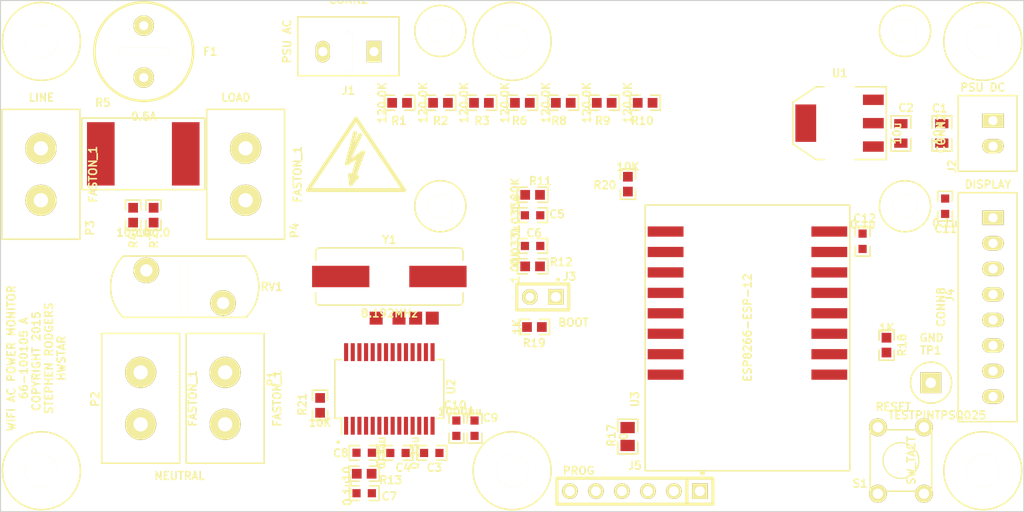
<source format=kicad_pcb>
(kicad_pcb (version 20171130) (host pcbnew 5.1.12-84ad8e8a86~92~ubuntu20.04.1)

  (general
    (thickness 1.6)
    (drawings 18)
    (tracks 376)
    (zones 0)
    (modules 62)
    (nets 36)
  )

  (page A4)
  (layers
    (0 F.Cu signal)
    (31 B.Cu signal)
    (32 B.Adhes user hide)
    (33 F.Adhes user hide)
    (34 B.Paste user hide)
    (35 F.Paste user hide)
    (36 B.SilkS user hide)
    (37 F.SilkS user hide)
    (38 B.Mask user hide)
    (39 F.Mask user hide)
    (40 Dwgs.User user hide)
    (41 Cmts.User user hide)
    (42 Eco1.User user hide)
    (43 Eco2.User user hide)
    (44 Edge.Cuts user)
    (45 Margin user hide)
    (46 B.CrtYd user hide)
    (47 F.CrtYd user hide)
    (48 B.Fab user hide)
    (49 F.Fab user hide)
  )

  (setup
    (last_trace_width 0.2032)
    (trace_clearance 0.2032)
    (zone_clearance 0.4064)
    (zone_45_only no)
    (trace_min 0.2032)
    (via_size 0.5842)
    (via_drill 0.3556)
    (via_min_size 0.5842)
    (via_min_drill 0.3)
    (uvia_size 0.3)
    (uvia_drill 0.1)
    (uvias_allowed no)
    (uvia_min_size 0)
    (uvia_min_drill 0)
    (edge_width 0.1)
    (segment_width 0.2)
    (pcb_text_width 0.3)
    (pcb_text_size 1.5 1.5)
    (mod_edge_width 0.15)
    (mod_text_size 1 1)
    (mod_text_width 0.15)
    (pad_size 2.4 2.4)
    (pad_drill 2.4)
    (pad_to_mask_clearance 0)
    (aux_axis_origin 114 121)
    (visible_elements FFFFFF7F)
    (pcbplotparams
      (layerselection 0x010f0_80000001)
      (usegerberextensions true)
      (usegerberattributes true)
      (usegerberadvancedattributes true)
      (creategerberjobfile true)
      (excludeedgelayer true)
      (linewidth 0.152400)
      (plotframeref false)
      (viasonmask false)
      (mode 1)
      (useauxorigin false)
      (hpglpennumber 1)
      (hpglpenspeed 20)
      (hpglpendiameter 15.000000)
      (psnegative false)
      (psa4output false)
      (plotreference true)
      (plotvalue false)
      (plotinvisibletext false)
      (padsonsilk false)
      (subtractmaskfromsilk false)
      (outputformat 1)
      (mirror false)
      (drillshape 0)
      (scaleselection 1)
      (outputdirectory "/home/srodgers/projects/kicad/ac-power-monitor/66-100105/"))
  )

  (net 0 "")
  (net 1 GND)
  (net 2 +3.3V)
  (net 3 ISAMPLEN)
  (net 4 ISAMPLEP)
  (net 5 VSAMPLEP)
  (net 6 VSAMPLEN)
  (net 7 "Net-(C8-Pad1)")
  (net 8 "Net-(C10-Pad1)")
  (net 9 /Power/HOT)
  (net 10 /Power/NEUTRAL)
  (net 11 "Net-(J3-Pad1)")
  (net 12 SCLK)
  (net 13 SDO)
  (net 14 SDI)
  (net 15 "Net-(J5-Pad4)")
  (net 16 "Net-(J5-Pad5)")
  (net 17 /Power/LOAD)
  (net 18 "Net-(R1-Pad2)")
  (net 19 "Net-(R2-Pad2)")
  (net 20 "Net-(R3-Pad2)")
  (net 21 "Net-(R6-Pad2)")
  (net 22 "Net-(R8-Pad2)")
  (net 23 "Net-(R10-Pad1)")
  (net 24 "Net-(R18-Pad2)")
  (net 25 "Net-(R20-Pad2)")
  (net 26 "Net-(TP2-Pad1)")
  (net 27 "Net-(TP3-Pad1)")
  (net 28 "Net-(TP4-Pad1)")
  (net 29 "Net-(TP5-Pad1)")
  (net 30 "Net-(U2-Pad22)")
  (net 31 "Net-(U2-Pad23)")
  (net 32 /Power/+5V)
  (net 33 "Net-(R21-Pad2)")
  (net 34 /WIFI/GPIO16)
  (net 35 /WIFI/SPWR)

  (net_class Default "This is the default net class."
    (clearance 0.2032)
    (trace_width 0.2032)
    (via_dia 0.5842)
    (via_drill 0.3556)
    (uvia_dia 0.3)
    (uvia_drill 0.1)
    (add_net /Power/LOAD)
    (add_net /WIFI/GPIO16)
    (add_net GND)
    (add_net ISAMPLEN)
    (add_net ISAMPLEP)
    (add_net "Net-(C10-Pad1)")
    (add_net "Net-(C8-Pad1)")
    (add_net "Net-(J3-Pad1)")
    (add_net "Net-(J5-Pad4)")
    (add_net "Net-(J5-Pad5)")
    (add_net "Net-(R1-Pad2)")
    (add_net "Net-(R10-Pad1)")
    (add_net "Net-(R18-Pad2)")
    (add_net "Net-(R2-Pad2)")
    (add_net "Net-(R20-Pad2)")
    (add_net "Net-(R21-Pad2)")
    (add_net "Net-(R3-Pad2)")
    (add_net "Net-(R6-Pad2)")
    (add_net "Net-(R8-Pad2)")
    (add_net "Net-(TP2-Pad1)")
    (add_net "Net-(TP3-Pad1)")
    (add_net "Net-(TP4-Pad1)")
    (add_net "Net-(TP5-Pad1)")
    (add_net "Net-(U2-Pad22)")
    (add_net "Net-(U2-Pad23)")
    (add_net SCLK)
    (add_net SDI)
    (add_net SDO)
    (add_net VSAMPLEN)
    (add_net VSAMPLEP)
  )

  (net_class T024 ""
    (clearance 0.2032)
    (trace_width 0.6096)
    (via_dia 0.5842)
    (via_drill 0.3556)
    (uvia_dia 0.3)
    (uvia_drill 0.1)
    (add_net +3.3V)
    (add_net /Power/+5V)
    (add_net /WIFI/SPWR)
  )

  (net_class T040 ""
    (clearance 0.2032)
    (trace_width 1.016)
    (via_dia 0.5842)
    (via_drill 0.3556)
    (uvia_dia 0.3)
    (uvia_drill 0.1)
    (add_net /Power/HOT)
    (add_net /Power/NEUTRAL)
  )

  (module mods:CC0805 (layer F.Cu) (tedit 55CA788A) (tstamp 55C93B5D)
    (at 202 88 270)
    (path /55C7947A/55C8C11C)
    (attr smd)
    (fp_text reference C1 (at -2.4528 0.2224) (layer F.SilkS)
      (effects (font (size 0.762 0.762) (thickness 0.1524)))
    )
    (fp_text value 10u (at 0 0.381 270) (layer F.SilkS)
      (effects (font (size 0.762 0.762) (thickness 0.1524)))
    )
    (fp_line (start 1.729 0.962) (end 0.513 0.962) (layer F.SilkS) (width 0.1524))
    (fp_line (start 1.729 -0.962) (end 1.729 0.962) (layer F.SilkS) (width 0.1524))
    (fp_line (start 0.513 -0.962) (end 1.729 -0.962) (layer F.SilkS) (width 0.1524))
    (fp_line (start -1.719 -0.962) (end -0.503 -0.962) (layer F.SilkS) (width 0.1524))
    (fp_line (start -1.719 0.962) (end -1.719 -0.962) (layer F.SilkS) (width 0.1524))
    (fp_line (start -0.503 0.962) (end -1.719 0.962) (layer F.SilkS) (width 0.1524))
    (pad 1 smd rect (at -0.9525 0.01 270) (size 0.9 1.3) (layers F.Cu F.Paste F.Mask)
      (net 32 /Power/+5V))
    (pad 2 smd rect (at 0.9525 0.01 270) (size 0.9 1.3) (layers F.Cu F.Paste F.Mask)
      (net 1 GND))
    (model smd/chip_cms.wrl
      (at (xyz 0 0 0))
      (scale (xyz 0.1 0.1 0.1))
      (rotate (xyz 0 0 0))
    )
  )

  (module mods:CC0805 (layer F.Cu) (tedit 56020A28) (tstamp 55C93B69)
    (at 198 88 270)
    (path /55C7947A/55C8C0B1)
    (attr smd)
    (fp_text reference C2 (at -2.5 -0.5) (layer F.SilkS)
      (effects (font (size 0.762 0.762) (thickness 0.1524)))
    )
    (fp_text value 10u (at 0 0.381 270) (layer F.SilkS)
      (effects (font (size 0.762 0.762) (thickness 0.1524)))
    )
    (fp_line (start 1.729 0.962) (end 0.513 0.962) (layer F.SilkS) (width 0.1524))
    (fp_line (start 1.729 -0.962) (end 1.729 0.962) (layer F.SilkS) (width 0.1524))
    (fp_line (start 0.513 -0.962) (end 1.729 -0.962) (layer F.SilkS) (width 0.1524))
    (fp_line (start -1.719 -0.962) (end -0.503 -0.962) (layer F.SilkS) (width 0.1524))
    (fp_line (start -1.719 0.962) (end -1.719 -0.962) (layer F.SilkS) (width 0.1524))
    (fp_line (start -0.503 0.962) (end -1.719 0.962) (layer F.SilkS) (width 0.1524))
    (pad 1 smd rect (at -0.9525 0.01 270) (size 0.9 1.3) (layers F.Cu F.Paste F.Mask)
      (net 2 +3.3V))
    (pad 2 smd rect (at 0.9525 0.01 270) (size 0.9 1.3) (layers F.Cu F.Paste F.Mask)
      (net 1 GND))
    (model smd/chip_cms.wrl
      (at (xyz 0 0 0))
      (scale (xyz 0.1 0.1 0.1))
      (rotate (xyz 0 0 0))
    )
  )

  (module mods:CC0603 (layer F.Cu) (tedit 55CA7746) (tstamp 55C93B75)
    (at 152.146 119.253)
    (path /55C7947A/55C8E548)
    (attr smd)
    (fp_text reference C3 (at 0.254 1.4478 180) (layer F.SilkS)
      (effects (font (size 0.762 0.762) (thickness 0.1524)))
    )
    (fp_text value 0.33u (at -1.651 0 90) (layer F.SilkS)
      (effects (font (size 0.762 0.762) (thickness 0.1524)))
    )
    (fp_line (start -1.445 0.72024) (end -1.445 -0.72024) (layer F.SilkS) (width 0.1524))
    (fp_line (start 1.455 -0.72024) (end 1.455 0.72024) (layer F.SilkS) (width 0.1524))
    (fp_line (start -1.445 -0.72024) (end -0.49538 -0.72024) (layer F.SilkS) (width 0.1524))
    (fp_line (start 0.50538 -0.72024) (end 1.455 -0.72024) (layer F.SilkS) (width 0.1524))
    (fp_line (start -0.49538 0.72024) (end -1.445 0.72024) (layer F.SilkS) (width 0.1524))
    (fp_line (start 0.50538 0.72024) (end 1.455 0.72024) (layer F.SilkS) (width 0.1524))
    (pad 1 smd rect (at -0.75 0.01) (size 0.8 0.8) (layers F.Cu F.Paste F.Mask)
      (net 3 ISAMPLEN))
    (pad 2 smd rect (at 0.75 0.01) (size 0.8 0.8) (layers F.Cu F.Paste F.Mask)
      (net 1 GND))
    (model smd\capacitors\C0603.wrl
      (offset (xyz 0 0 0.02539999961853028))
      (scale (xyz 0.5 0.5 0.5))
      (rotate (xyz 0 0 0))
    )
  )

  (module mods:CC0603 (layer F.Cu) (tedit 55CA774B) (tstamp 55C93B81)
    (at 148.844 119.253)
    (path /55C7947A/55C8E666)
    (attr smd)
    (fp_text reference C4 (at 0.508 1.4478 180) (layer F.SilkS)
      (effects (font (size 0.762 0.762) (thickness 0.1524)))
    )
    (fp_text value 0.33u (at -1.651 0 90) (layer F.SilkS)
      (effects (font (size 0.762 0.762) (thickness 0.1524)))
    )
    (fp_line (start -1.445 0.72024) (end -1.445 -0.72024) (layer F.SilkS) (width 0.1524))
    (fp_line (start 1.455 -0.72024) (end 1.455 0.72024) (layer F.SilkS) (width 0.1524))
    (fp_line (start -1.445 -0.72024) (end -0.49538 -0.72024) (layer F.SilkS) (width 0.1524))
    (fp_line (start 0.50538 -0.72024) (end 1.455 -0.72024) (layer F.SilkS) (width 0.1524))
    (fp_line (start -0.49538 0.72024) (end -1.445 0.72024) (layer F.SilkS) (width 0.1524))
    (fp_line (start 0.50538 0.72024) (end 1.455 0.72024) (layer F.SilkS) (width 0.1524))
    (pad 1 smd rect (at -0.75 0.01) (size 0.8 0.8) (layers F.Cu F.Paste F.Mask)
      (net 1 GND))
    (pad 2 smd rect (at 0.75 0.01) (size 0.8 0.8) (layers F.Cu F.Paste F.Mask)
      (net 4 ISAMPLEP))
    (model smd\capacitors\C0603.wrl
      (offset (xyz 0 0 0.02539999961853028))
      (scale (xyz 0.5 0.5 0.5))
      (rotate (xyz 0 0 0))
    )
  )

  (module mods:CC0603 (layer F.Cu) (tedit 55CA77F1) (tstamp 55C93B8D)
    (at 162 96)
    (path /55C7947A/55C8DB91)
    (attr smd)
    (fp_text reference C5 (at 2.3888 -0.0896 180) (layer F.SilkS)
      (effects (font (size 0.762 0.762) (thickness 0.1524)))
    )
    (fp_text value 0.033u (at -1.651 0 90) (layer F.SilkS)
      (effects (font (size 0.762 0.762) (thickness 0.1524)))
    )
    (fp_line (start -1.445 0.72024) (end -1.445 -0.72024) (layer F.SilkS) (width 0.1524))
    (fp_line (start 1.455 -0.72024) (end 1.455 0.72024) (layer F.SilkS) (width 0.1524))
    (fp_line (start -1.445 -0.72024) (end -0.49538 -0.72024) (layer F.SilkS) (width 0.1524))
    (fp_line (start 0.50538 -0.72024) (end 1.455 -0.72024) (layer F.SilkS) (width 0.1524))
    (fp_line (start -0.49538 0.72024) (end -1.445 0.72024) (layer F.SilkS) (width 0.1524))
    (fp_line (start 0.50538 0.72024) (end 1.455 0.72024) (layer F.SilkS) (width 0.1524))
    (pad 1 smd rect (at -0.75 0.01) (size 0.8 0.8) (layers F.Cu F.Paste F.Mask)
      (net 5 VSAMPLEP))
    (pad 2 smd rect (at 0.75 0.01) (size 0.8 0.8) (layers F.Cu F.Paste F.Mask)
      (net 1 GND))
    (model smd\capacitors\C0603.wrl
      (offset (xyz 0 0 0.02539999961853028))
      (scale (xyz 0.5 0.5 0.5))
      (rotate (xyz 0 0 0))
    )
  )

  (module mods:CC0603 (layer F.Cu) (tedit 55CA77E9) (tstamp 55C93B99)
    (at 162 99)
    (path /55C7947A/55C8DDED)
    (attr smd)
    (fp_text reference C6 (at 0.1536 -1.2608 180) (layer F.SilkS)
      (effects (font (size 0.762 0.762) (thickness 0.1524)))
    )
    (fp_text value 0.033u (at -1.651 0 90) (layer F.SilkS)
      (effects (font (size 0.762 0.762) (thickness 0.1524)))
    )
    (fp_line (start -1.445 0.72024) (end -1.445 -0.72024) (layer F.SilkS) (width 0.1524))
    (fp_line (start 1.455 -0.72024) (end 1.455 0.72024) (layer F.SilkS) (width 0.1524))
    (fp_line (start -1.445 -0.72024) (end -0.49538 -0.72024) (layer F.SilkS) (width 0.1524))
    (fp_line (start 0.50538 -0.72024) (end 1.455 -0.72024) (layer F.SilkS) (width 0.1524))
    (fp_line (start -0.49538 0.72024) (end -1.445 0.72024) (layer F.SilkS) (width 0.1524))
    (fp_line (start 0.50538 0.72024) (end 1.455 0.72024) (layer F.SilkS) (width 0.1524))
    (pad 1 smd rect (at -0.75 0.01) (size 0.8 0.8) (layers F.Cu F.Paste F.Mask)
      (net 6 VSAMPLEN))
    (pad 2 smd rect (at 0.75 0.01) (size 0.8 0.8) (layers F.Cu F.Paste F.Mask)
      (net 1 GND))
    (model smd\capacitors\C0603.wrl
      (offset (xyz 0 0 0.02539999961853028))
      (scale (xyz 0.5 0.5 0.5))
      (rotate (xyz 0 0 0))
    )
  )

  (module mods:CC0603 (layer F.Cu) (tedit 55CA76D4) (tstamp 55C93BA5)
    (at 145.542 123.19)
    (path /55C7E0D9/55C7EA30)
    (attr smd)
    (fp_text reference C7 (at 2.458 0.31) (layer F.SilkS)
      (effects (font (size 0.762 0.762) (thickness 0.1524)))
    )
    (fp_text value 0.1u (at -1.651 0 90) (layer F.SilkS)
      (effects (font (size 0.762 0.762) (thickness 0.1524)))
    )
    (fp_line (start -1.445 0.72024) (end -1.445 -0.72024) (layer F.SilkS) (width 0.1524))
    (fp_line (start 1.455 -0.72024) (end 1.455 0.72024) (layer F.SilkS) (width 0.1524))
    (fp_line (start -1.445 -0.72024) (end -0.49538 -0.72024) (layer F.SilkS) (width 0.1524))
    (fp_line (start 0.50538 -0.72024) (end 1.455 -0.72024) (layer F.SilkS) (width 0.1524))
    (fp_line (start -0.49538 0.72024) (end -1.445 0.72024) (layer F.SilkS) (width 0.1524))
    (fp_line (start 0.50538 0.72024) (end 1.455 0.72024) (layer F.SilkS) (width 0.1524))
    (pad 1 smd rect (at -0.75 0.01) (size 0.8 0.8) (layers F.Cu F.Paste F.Mask)
      (net 2 +3.3V))
    (pad 2 smd rect (at 0.75 0.01) (size 0.8 0.8) (layers F.Cu F.Paste F.Mask)
      (net 1 GND))
    (model smd\capacitors\C0603.wrl
      (offset (xyz 0 0 0.02539999961853028))
      (scale (xyz 0.5 0.5 0.5))
      (rotate (xyz 0 0 0))
    )
  )

  (module mods:CC0603 (layer F.Cu) (tedit 5601E393) (tstamp 55C93BB1)
    (at 145.542 119.253 180)
    (path /55C7E0D9/55C7EBB7)
    (attr smd)
    (fp_text reference C8 (at 2.286 -0.0254) (layer F.SilkS)
      (effects (font (size 0.762 0.762) (thickness 0.1524)))
    )
    (fp_text value 0.1u (at -1.651 0 270) (layer F.SilkS)
      (effects (font (size 0.762 0.762) (thickness 0.1524)))
    )
    (fp_line (start -1.445 0.72024) (end -1.445 -0.72024) (layer F.SilkS) (width 0.1524))
    (fp_line (start 1.455 -0.72024) (end 1.455 0.72024) (layer F.SilkS) (width 0.1524))
    (fp_line (start -1.445 -0.72024) (end -0.49538 -0.72024) (layer F.SilkS) (width 0.1524))
    (fp_line (start 0.50538 -0.72024) (end 1.455 -0.72024) (layer F.SilkS) (width 0.1524))
    (fp_line (start -0.49538 0.72024) (end -1.445 0.72024) (layer F.SilkS) (width 0.1524))
    (fp_line (start 0.50538 0.72024) (end 1.455 0.72024) (layer F.SilkS) (width 0.1524))
    (pad 1 smd rect (at -0.75 0.01 180) (size 0.8 0.8) (layers F.Cu F.Paste F.Mask)
      (net 7 "Net-(C8-Pad1)"))
    (pad 2 smd rect (at 0.75 0.01 180) (size 0.8 0.8) (layers F.Cu F.Paste F.Mask)
      (net 1 GND))
    (model smd\capacitors\C0603.wrl
      (offset (xyz 0 0 0.02539999961853028))
      (scale (xyz 0.5 0.5 0.5))
      (rotate (xyz 0 0 0))
    )
  )

  (module mods:CC0603 (layer F.Cu) (tedit 55CA777E) (tstamp 55C93BBD)
    (at 156.337 116.84 270)
    (path /55C7E0D9/55C809E2)
    (attr smd)
    (fp_text reference C9 (at -1.016 -1.5494) (layer F.SilkS)
      (effects (font (size 0.762 0.762) (thickness 0.1524)))
    )
    (fp_text value 1u (at -1.651 0) (layer F.SilkS)
      (effects (font (size 0.762 0.762) (thickness 0.1524)))
    )
    (fp_line (start -1.445 0.72024) (end -1.445 -0.72024) (layer F.SilkS) (width 0.1524))
    (fp_line (start 1.455 -0.72024) (end 1.455 0.72024) (layer F.SilkS) (width 0.1524))
    (fp_line (start -1.445 -0.72024) (end -0.49538 -0.72024) (layer F.SilkS) (width 0.1524))
    (fp_line (start 0.50538 -0.72024) (end 1.455 -0.72024) (layer F.SilkS) (width 0.1524))
    (fp_line (start -0.49538 0.72024) (end -1.445 0.72024) (layer F.SilkS) (width 0.1524))
    (fp_line (start 0.50538 0.72024) (end 1.455 0.72024) (layer F.SilkS) (width 0.1524))
    (pad 1 smd rect (at -0.75 0.01 270) (size 0.8 0.8) (layers F.Cu F.Paste F.Mask)
      (net 8 "Net-(C10-Pad1)"))
    (pad 2 smd rect (at 0.75 0.01 270) (size 0.8 0.8) (layers F.Cu F.Paste F.Mask)
      (net 1 GND))
    (model smd\capacitors\C0603.wrl
      (offset (xyz 0 0 0.02539999961853028))
      (scale (xyz 0.5 0.5 0.5))
      (rotate (xyz 0 0 0))
    )
  )

  (module mods:CC0603 (layer F.Cu) (tedit 55CA7778) (tstamp 55C93BC9)
    (at 154.559 116.84 270)
    (path /55C7E0D9/55C7EF35)
    (attr smd)
    (fp_text reference C10 (at -2.2352 0.127) (layer F.SilkS)
      (effects (font (size 0.762 0.762) (thickness 0.1524)))
    )
    (fp_text value 1000p (at -1.651 0) (layer F.SilkS)
      (effects (font (size 0.762 0.762) (thickness 0.1524)))
    )
    (fp_line (start -1.445 0.72024) (end -1.445 -0.72024) (layer F.SilkS) (width 0.1524))
    (fp_line (start 1.455 -0.72024) (end 1.455 0.72024) (layer F.SilkS) (width 0.1524))
    (fp_line (start -1.445 -0.72024) (end -0.49538 -0.72024) (layer F.SilkS) (width 0.1524))
    (fp_line (start 0.50538 -0.72024) (end 1.455 -0.72024) (layer F.SilkS) (width 0.1524))
    (fp_line (start -0.49538 0.72024) (end -1.445 0.72024) (layer F.SilkS) (width 0.1524))
    (fp_line (start 0.50538 0.72024) (end 1.455 0.72024) (layer F.SilkS) (width 0.1524))
    (pad 1 smd rect (at -0.75 0.01 270) (size 0.8 0.8) (layers F.Cu F.Paste F.Mask)
      (net 8 "Net-(C10-Pad1)"))
    (pad 2 smd rect (at 0.75 0.01 270) (size 0.8 0.8) (layers F.Cu F.Paste F.Mask)
      (net 1 GND))
    (model smd\capacitors\C0603.wrl
      (offset (xyz 0 0 0.02539999961853028))
      (scale (xyz 0.5 0.5 0.5))
      (rotate (xyz 0 0 0))
    )
  )

  (module mods:CC0603 (layer F.Cu) (tedit 55CAB457) (tstamp 55C93BD5)
    (at 202.311 95.123 90)
    (path /55C8F02A/55C8F383)
    (attr smd)
    (fp_text reference C11 (at -2.2098 0.0762 180) (layer F.SilkS)
      (effects (font (size 0.762 0.762) (thickness 0.1524)))
    )
    (fp_text value 0.1u (at -1.651 0 180) (layer F.SilkS)
      (effects (font (size 0.762 0.762) (thickness 0.1524)))
    )
    (fp_line (start -1.445 0.72024) (end -1.445 -0.72024) (layer F.SilkS) (width 0.1524))
    (fp_line (start 1.455 -0.72024) (end 1.455 0.72024) (layer F.SilkS) (width 0.1524))
    (fp_line (start -1.445 -0.72024) (end -0.49538 -0.72024) (layer F.SilkS) (width 0.1524))
    (fp_line (start 0.50538 -0.72024) (end 1.455 -0.72024) (layer F.SilkS) (width 0.1524))
    (fp_line (start -0.49538 0.72024) (end -1.445 0.72024) (layer F.SilkS) (width 0.1524))
    (fp_line (start 0.50538 0.72024) (end 1.455 0.72024) (layer F.SilkS) (width 0.1524))
    (pad 1 smd rect (at -0.75 0.01 90) (size 0.8 0.8) (layers F.Cu F.Paste F.Mask)
      (net 2 +3.3V))
    (pad 2 smd rect (at 0.75 0.01 90) (size 0.8 0.8) (layers F.Cu F.Paste F.Mask)
      (net 1 GND))
    (model smd\capacitors\C0603.wrl
      (offset (xyz 0 0 0.02539999961853028))
      (scale (xyz 0.5 0.5 0.5))
      (rotate (xyz 0 0 0))
    )
  )

  (module mods:CC0603 (layer F.Cu) (tedit 55CA78A1) (tstamp 55C93BE1)
    (at 194.2592 98.552 270)
    (path /55C8F02A/55C8F5A5)
    (attr smd)
    (fp_text reference C12 (at -2.2352 -0.2032) (layer F.SilkS)
      (effects (font (size 0.762 0.762) (thickness 0.1524)))
    )
    (fp_text value 0.1u (at -1.651 0) (layer F.SilkS)
      (effects (font (size 0.762 0.762) (thickness 0.1524)))
    )
    (fp_line (start -1.445 0.72024) (end -1.445 -0.72024) (layer F.SilkS) (width 0.1524))
    (fp_line (start 1.455 -0.72024) (end 1.455 0.72024) (layer F.SilkS) (width 0.1524))
    (fp_line (start -1.445 -0.72024) (end -0.49538 -0.72024) (layer F.SilkS) (width 0.1524))
    (fp_line (start 0.50538 -0.72024) (end 1.455 -0.72024) (layer F.SilkS) (width 0.1524))
    (fp_line (start -0.49538 0.72024) (end -1.445 0.72024) (layer F.SilkS) (width 0.1524))
    (fp_line (start 0.50538 0.72024) (end 1.455 0.72024) (layer F.SilkS) (width 0.1524))
    (pad 1 smd rect (at -0.75 0.01 270) (size 0.8 0.8) (layers F.Cu F.Paste F.Mask)
      (net 2 +3.3V))
    (pad 2 smd rect (at 0.75 0.01 270) (size 0.8 0.8) (layers F.Cu F.Paste F.Mask)
      (net 1 GND))
    (model smd\capacitors\C0603.wrl
      (offset (xyz 0 0 0.02539999961853028))
      (scale (xyz 0.5 0.5 0.5))
      (rotate (xyz 0 0 0))
    )
  )

  (module mods:JST_B2B_XH_A (layer F.Cu) (tedit 55CA7895) (tstamp 55C93BFC)
    (at 207 88 270)
    (path /55C7947A/55C8C1A8)
    (fp_text reference J2 (at 3.2368 4.0032 270) (layer F.SilkS)
      (effects (font (size 0.762 0.762) (thickness 0.1524)))
    )
    (fp_text value CONN2 (at 0 5.08 270) (layer F.SilkS)
      (effects (font (size 0.762 0.762) (thickness 0.1524)))
    )
    (fp_line (start -3.7 3.4) (end -3.7 -2.35) (layer F.SilkS) (width 0.15))
    (fp_line (start 3.7 3.4) (end -3.7 3.4) (layer F.SilkS) (width 0.15))
    (fp_line (start 3.7 -2.35) (end 3.7 3.4) (layer F.SilkS) (width 0.15))
    (fp_line (start -3.7 -2.35) (end 3.7 -2.35) (layer F.SilkS) (width 0.15))
    (pad 1 thru_hole rect (at -1.25 0 270) (size 1.4 2.1) (drill 0.9) (layers *.Cu *.Mask F.SilkS)
      (net 32 /Power/+5V))
    (pad 2 thru_hole oval (at 1.25 0 270) (size 1.4 2.1) (drill 0.9) (layers *.Cu *.Mask F.SilkS)
      (net 1 GND))
  )

  (module mods:BERG2 (layer F.Cu) (tedit 55CA77D9) (tstamp 55C93C07)
    (at 163 104 180)
    (descr "Connecteurs 2 pins")
    (tags "CONN DEV")
    (path /55C8F02A/55C8F7E0)
    (fp_text reference J3 (at -2.608 1.9936 180) (layer F.SilkS)
      (effects (font (size 0.762 0.762) (thickness 0.1524)))
    )
    (fp_text value CONN2 (at 0 -2.54 180) (layer F.SilkS) hide
      (effects (font (size 0.762 0.762) (thickness 0.1524)))
    )
    (fp_line (start 2.54 1.27) (end -2.54 1.27) (layer F.SilkS) (width 0.3048))
    (fp_line (start 2.54 -1.27) (end 2.54 1.27) (layer F.SilkS) (width 0.3048))
    (fp_line (start -2.54 -1.27) (end 2.54 -1.27) (layer F.SilkS) (width 0.3048))
    (fp_line (start -2.54 1.27) (end -2.54 -1.27) (layer F.SilkS) (width 0.3048))
    (fp_circle (center -1.5 1.7) (end -1.4 1.7) (layer F.SilkS) (width 0.2))
    (pad 1 thru_hole rect (at -1.27 0 180) (size 1.524 1.524) (drill 0.9652) (layers *.Cu *.Mask F.SilkS)
      (net 11 "Net-(J3-Pad1)"))
    (pad 2 thru_hole circle (at 1.27 0 180) (size 1.524 1.524) (drill 0.8128) (layers *.Cu *.Mask F.SilkS)
      (net 1 GND))
  )

  (module mods:JST_B8B_XH_A (layer F.Cu) (tedit 55CA78B2) (tstamp 55C93C18)
    (at 207 105 270)
    (path /55C8F02A/55C8F2D4)
    (fp_text reference J4 (at -1.1648 4.2064 270) (layer F.SilkS)
      (effects (font (size 0.762 0.762) (thickness 0.1524)))
    )
    (fp_text value CONN8 (at 0 5.08 270) (layer F.SilkS)
      (effects (font (size 0.762 0.762) (thickness 0.1524)))
    )
    (fp_line (start -11.2 3.4) (end -11.2 -2.35) (layer F.SilkS) (width 0.15))
    (fp_line (start -4.9 3.4) (end -4.95 3.4) (layer F.SilkS) (width 0.15))
    (fp_line (start 11.2 3.4) (end -11.2 3.4) (layer F.SilkS) (width 0.15))
    (fp_line (start 11.2 -2.35) (end 11.2 3.4) (layer F.SilkS) (width 0.15))
    (fp_line (start -11.2 -2.35) (end 11.2 -2.35) (layer F.SilkS) (width 0.15))
    (pad 2 thru_hole oval (at -6.25 0 270) (size 1.4 2.1) (drill 0.9) (layers *.Cu *.Mask F.SilkS))
    (pad 3 thru_hole oval (at -3.75 0 270) (size 1.4 2.1) (drill 0.9) (layers *.Cu *.Mask F.SilkS))
    (pad 1 thru_hole rect (at -8.75 0 270) (size 1.4 2.1) (drill 0.9) (layers *.Cu *.Mask F.SilkS)
      (net 2 +3.3V))
    (pad 4 thru_hole oval (at -1.25 0 270) (size 1.4 2.1) (drill 0.9) (layers *.Cu *.Mask F.SilkS)
      (net 12 SCLK))
    (pad 5 thru_hole oval (at 1.25 0 270) (size 1.4 2.1) (drill 0.9) (layers *.Cu *.Mask F.SilkS)
      (net 13 SDO))
    (pad 6 thru_hole oval (at 3.75 0 270) (size 1.4 2.1) (drill 0.9) (layers *.Cu *.Mask F.SilkS)
      (net 14 SDI))
    (pad 7 thru_hole oval (at 6.25 0 270) (size 1.4 2.1) (drill 0.9) (layers *.Cu *.Mask F.SilkS)
      (net 34 /WIFI/GPIO16))
    (pad 8 thru_hole oval (at 8.75 0 270) (size 1.4 2.1) (drill 0.9) (layers *.Cu *.Mask F.SilkS)
      (net 1 GND))
  )

  (module mods:BERG6 (layer F.Cu) (tedit 55CA762D) (tstamp 55C93C28)
    (at 172 123 180)
    (descr "Connector SIP 6 pin")
    (tags "CONN DEV")
    (path /55C8F02A/55C8FFAA)
    (fp_text reference J5 (at 0 2.5 180) (layer F.SilkS)
      (effects (font (size 0.762 0.762) (thickness 0.1524)))
    )
    (fp_text value CONN6 (at 0 2.54 180) (layer F.SilkS) hide
      (effects (font (size 0.762 0.762) (thickness 0.1524)))
    )
    (fp_line (start -5.08 1.27) (end -5.08 -1.27) (layer F.SilkS) (width 0.3048))
    (fp_line (start 7.62 1.27) (end -7.62 1.27) (layer F.SilkS) (width 0.3048))
    (fp_line (start 7.62 -1.27) (end 7.62 1.27) (layer F.SilkS) (width 0.3048))
    (fp_line (start -7.62 -1.27) (end 7.62 -1.27) (layer F.SilkS) (width 0.3048))
    (fp_line (start -7.62 1.27) (end -7.62 -1.27) (layer F.SilkS) (width 0.3048))
    (fp_circle (center -6.604 1.778) (end -6.604 1.905) (layer F.SilkS) (width 0.2286))
    (pad 1 thru_hole rect (at -6.35 0 180) (size 1.524 1.524) (drill 0.9652) (layers *.Cu *.Mask F.SilkS)
      (net 1 GND))
    (pad 2 thru_hole circle (at -3.81 0 180) (size 1.524 1.524) (drill 0.9652) (layers *.Cu *.Mask F.SilkS))
    (pad 3 thru_hole circle (at -1.27 0 180) (size 1.524 1.524) (drill 0.9652) (layers *.Cu *.Mask F.SilkS)
      (net 35 /WIFI/SPWR))
    (pad 4 thru_hole circle (at 1.27 0 180) (size 1.524 1.524) (drill 0.9652) (layers *.Cu *.Mask F.SilkS)
      (net 15 "Net-(J5-Pad4)"))
    (pad 5 thru_hole circle (at 3.81 0 180) (size 1.524 1.524) (drill 0.9652) (layers *.Cu *.Mask F.SilkS)
      (net 16 "Net-(J5-Pad5)"))
    (pad 6 thru_hole circle (at 6.35 0 180) (size 1.524 1.524) (drill 0.9652) (layers *.Cu *.Mask F.SilkS))
  )

  (module mods:RC0603 (layer F.Cu) (tedit 55CA7824) (tstamp 55C93C5C)
    (at 149 85)
    (path /55C7947A/55C8D199)
    (attr smd)
    (fp_text reference R1 (at -0.0544 1.7664 180) (layer F.SilkS)
      (effects (font (size 0.762 0.762) (thickness 0.1524)))
    )
    (fp_text value 120.0K (at -1.69926 0 90) (layer F.SilkS)
      (effects (font (size 0.762 0.762) (thickness 0.1524)))
    )
    (fp_line (start 1.48 0.7385) (end 0.50538 0.7385) (layer F.SilkS) (width 0.1524))
    (fp_line (start 1.48 -0.7385) (end 1.48 0.7385) (layer F.SilkS) (width 0.1524))
    (fp_line (start 1.48 -0.7385) (end 0.50538 -0.7385) (layer F.SilkS) (width 0.1524))
    (fp_line (start -1.48 0.7385) (end -0.49538 0.7385) (layer F.SilkS) (width 0.1524))
    (fp_line (start -1.48 -0.7385) (end -1.48 0.7385) (layer F.SilkS) (width 0.1524))
    (fp_line (start -0.49538 -0.7385) (end -1.48 -0.7385) (layer F.SilkS) (width 0.1524))
    (pad 1 smd rect (at -0.725 0.01) (size 0.95 0.95) (layers F.Cu F.Paste F.Mask)
      (net 10 /Power/NEUTRAL))
    (pad 2 smd rect (at 0.725 0.01) (size 0.95 0.95) (layers F.Cu F.Paste F.Mask)
      (net 18 "Net-(R1-Pad2)"))
    (model smd\resistors\R0603.wrl
      (offset (xyz 0 0 0.02539999961853028))
      (scale (xyz 0.5 0.5 0.5))
      (rotate (xyz 0 0 0))
    )
  )

  (module mods:RC0603 (layer F.Cu) (tedit 55CA782C) (tstamp 55C93C68)
    (at 153 85)
    (path /55C7947A/55C90DA7)
    (attr smd)
    (fp_text reference R2 (at 0.0096 1.7664 180) (layer F.SilkS)
      (effects (font (size 0.762 0.762) (thickness 0.1524)))
    )
    (fp_text value 120.0K (at -1.69926 0 90) (layer F.SilkS)
      (effects (font (size 0.762 0.762) (thickness 0.1524)))
    )
    (fp_line (start 1.48 0.7385) (end 0.50538 0.7385) (layer F.SilkS) (width 0.1524))
    (fp_line (start 1.48 -0.7385) (end 1.48 0.7385) (layer F.SilkS) (width 0.1524))
    (fp_line (start 1.48 -0.7385) (end 0.50538 -0.7385) (layer F.SilkS) (width 0.1524))
    (fp_line (start -1.48 0.7385) (end -0.49538 0.7385) (layer F.SilkS) (width 0.1524))
    (fp_line (start -1.48 -0.7385) (end -1.48 0.7385) (layer F.SilkS) (width 0.1524))
    (fp_line (start -0.49538 -0.7385) (end -1.48 -0.7385) (layer F.SilkS) (width 0.1524))
    (pad 1 smd rect (at -0.725 0.01) (size 0.95 0.95) (layers F.Cu F.Paste F.Mask)
      (net 18 "Net-(R1-Pad2)"))
    (pad 2 smd rect (at 0.725 0.01) (size 0.95 0.95) (layers F.Cu F.Paste F.Mask)
      (net 19 "Net-(R2-Pad2)"))
    (model smd\resistors\R0603.wrl
      (offset (xyz 0 0 0.02539999961853028))
      (scale (xyz 0.5 0.5 0.5))
      (rotate (xyz 0 0 0))
    )
  )

  (module mods:RC0603 (layer F.Cu) (tedit 55CA7833) (tstamp 55C93C74)
    (at 157 85)
    (path /55C7947A/55C90EB1)
    (attr smd)
    (fp_text reference R3 (at 0.0736 1.7664 180) (layer F.SilkS)
      (effects (font (size 0.762 0.762) (thickness 0.1524)))
    )
    (fp_text value 120.0K (at -1.69926 0 90) (layer F.SilkS)
      (effects (font (size 0.762 0.762) (thickness 0.1524)))
    )
    (fp_line (start 1.48 0.7385) (end 0.50538 0.7385) (layer F.SilkS) (width 0.1524))
    (fp_line (start 1.48 -0.7385) (end 1.48 0.7385) (layer F.SilkS) (width 0.1524))
    (fp_line (start 1.48 -0.7385) (end 0.50538 -0.7385) (layer F.SilkS) (width 0.1524))
    (fp_line (start -1.48 0.7385) (end -0.49538 0.7385) (layer F.SilkS) (width 0.1524))
    (fp_line (start -1.48 -0.7385) (end -1.48 0.7385) (layer F.SilkS) (width 0.1524))
    (fp_line (start -0.49538 -0.7385) (end -1.48 -0.7385) (layer F.SilkS) (width 0.1524))
    (pad 1 smd rect (at -0.725 0.01) (size 0.95 0.95) (layers F.Cu F.Paste F.Mask)
      (net 19 "Net-(R2-Pad2)"))
    (pad 2 smd rect (at 0.725 0.01) (size 0.95 0.95) (layers F.Cu F.Paste F.Mask)
      (net 20 "Net-(R3-Pad2)"))
    (model smd\resistors\R0603.wrl
      (offset (xyz 0 0 0.02539999961853028))
      (scale (xyz 0.5 0.5 0.5))
      (rotate (xyz 0 0 0))
    )
  )

  (module mods:RC0603 (layer F.Cu) (tedit 55CA7663) (tstamp 55C93C80)
    (at 122.952 96 90)
    (path /55C7947A/55C8E239)
    (attr smd)
    (fp_text reference R4 (at -2.5 0.048 270) (layer F.SilkS)
      (effects (font (size 0.762 0.762) (thickness 0.1524)))
    )
    (fp_text value 100.0 (at -1.69926 0 180) (layer F.SilkS)
      (effects (font (size 0.762 0.762) (thickness 0.1524)))
    )
    (fp_line (start 1.48 0.7385) (end 0.50538 0.7385) (layer F.SilkS) (width 0.1524))
    (fp_line (start 1.48 -0.7385) (end 1.48 0.7385) (layer F.SilkS) (width 0.1524))
    (fp_line (start 1.48 -0.7385) (end 0.50538 -0.7385) (layer F.SilkS) (width 0.1524))
    (fp_line (start -1.48 0.7385) (end -0.49538 0.7385) (layer F.SilkS) (width 0.1524))
    (fp_line (start -1.48 -0.7385) (end -1.48 0.7385) (layer F.SilkS) (width 0.1524))
    (fp_line (start -0.49538 -0.7385) (end -1.48 -0.7385) (layer F.SilkS) (width 0.1524))
    (pad 1 smd rect (at -0.725 0.01 90) (size 0.95 0.95) (layers F.Cu F.Paste F.Mask)
      (net 3 ISAMPLEN))
    (pad 2 smd rect (at 0.725 0.01 90) (size 0.95 0.95) (layers F.Cu F.Paste F.Mask)
      (net 1 GND))
    (model smd\resistors\R0603.wrl
      (offset (xyz 0 0 0.02539999961853028))
      (scale (xyz 0.5 0.5 0.5))
      (rotate (xyz 0 0 0))
    )
  )

  (module mods:WSL3921 (layer F.Cu) (tedit 55CA7650) (tstamp 55C93C8A)
    (at 123.952 90)
    (path /55C7947A/55C93A08)
    (fp_text reference R5 (at -3.952 -5) (layer F.SilkS)
      (effects (font (size 0.762 0.762) (thickness 0.1524)))
    )
    (fp_text value 0.001 (at 0 -4.5) (layer F.Fab)
      (effects (font (size 0.762 0.762) (thickness 0.1524)))
    )
    (fp_line (start 6 -3.5) (end -6 -3.5) (layer F.SilkS) (width 0.1524))
    (fp_line (start 6 3.5) (end 6 -3.5) (layer F.SilkS) (width 0.1524))
    (fp_line (start -6 3.5) (end 6 3.5) (layer F.SilkS) (width 0.1524))
    (fp_line (start -6 -3.5) (end -6 3.5) (layer F.SilkS) (width 0.1524))
    (pad 1 smd rect (at -4.15 0) (size 2.7 6.2) (layers F.Cu F.Paste F.Mask)
      (net 1 GND))
    (pad 2 smd rect (at 4.15 0) (size 2.7 6.2) (layers F.Cu F.Paste F.Mask)
      (net 17 /Power/LOAD))
  )

  (module mods:RC0603 (layer F.Cu) (tedit 55CA783A) (tstamp 55C93C96)
    (at 161 85)
    (path /55C7947A/55C90F27)
    (attr smd)
    (fp_text reference R6 (at -0.2688 1.7664 180) (layer F.SilkS)
      (effects (font (size 0.762 0.762) (thickness 0.1524)))
    )
    (fp_text value 120.0K (at -1.69926 0 90) (layer F.SilkS)
      (effects (font (size 0.762 0.762) (thickness 0.1524)))
    )
    (fp_line (start 1.48 0.7385) (end 0.50538 0.7385) (layer F.SilkS) (width 0.1524))
    (fp_line (start 1.48 -0.7385) (end 1.48 0.7385) (layer F.SilkS) (width 0.1524))
    (fp_line (start 1.48 -0.7385) (end 0.50538 -0.7385) (layer F.SilkS) (width 0.1524))
    (fp_line (start -1.48 0.7385) (end -0.49538 0.7385) (layer F.SilkS) (width 0.1524))
    (fp_line (start -1.48 -0.7385) (end -1.48 0.7385) (layer F.SilkS) (width 0.1524))
    (fp_line (start -0.49538 -0.7385) (end -1.48 -0.7385) (layer F.SilkS) (width 0.1524))
    (pad 1 smd rect (at -0.725 0.01) (size 0.95 0.95) (layers F.Cu F.Paste F.Mask)
      (net 20 "Net-(R3-Pad2)"))
    (pad 2 smd rect (at 0.725 0.01) (size 0.95 0.95) (layers F.Cu F.Paste F.Mask)
      (net 21 "Net-(R6-Pad2)"))
    (model smd\resistors\R0603.wrl
      (offset (xyz 0 0 0.02539999961853028))
      (scale (xyz 0.5 0.5 0.5))
      (rotate (xyz 0 0 0))
    )
  )

  (module mods:RC0603 (layer F.Cu) (tedit 55CA766E) (tstamp 55C93CA2)
    (at 124.952 96 90)
    (path /55C7947A/55C8E322)
    (attr smd)
    (fp_text reference R7 (at -2.5 0.048 270) (layer F.SilkS)
      (effects (font (size 0.762 0.762) (thickness 0.1524)))
    )
    (fp_text value 100.0 (at -1.69926 0 180) (layer F.SilkS)
      (effects (font (size 0.762 0.762) (thickness 0.1524)))
    )
    (fp_line (start 1.48 0.7385) (end 0.50538 0.7385) (layer F.SilkS) (width 0.1524))
    (fp_line (start 1.48 -0.7385) (end 1.48 0.7385) (layer F.SilkS) (width 0.1524))
    (fp_line (start 1.48 -0.7385) (end 0.50538 -0.7385) (layer F.SilkS) (width 0.1524))
    (fp_line (start -1.48 0.7385) (end -0.49538 0.7385) (layer F.SilkS) (width 0.1524))
    (fp_line (start -1.48 -0.7385) (end -1.48 0.7385) (layer F.SilkS) (width 0.1524))
    (fp_line (start -0.49538 -0.7385) (end -1.48 -0.7385) (layer F.SilkS) (width 0.1524))
    (pad 1 smd rect (at -0.725 0.01 90) (size 0.95 0.95) (layers F.Cu F.Paste F.Mask)
      (net 4 ISAMPLEP))
    (pad 2 smd rect (at 0.725 0.01 90) (size 0.95 0.95) (layers F.Cu F.Paste F.Mask)
      (net 17 /Power/LOAD))
    (model smd\resistors\R0603.wrl
      (offset (xyz 0 0 0.02539999961853028))
      (scale (xyz 0.5 0.5 0.5))
      (rotate (xyz 0 0 0))
    )
  )

  (module mods:RC0603 (layer F.Cu) (tedit 55CA7841) (tstamp 55C93CAE)
    (at 165 85)
    (path /55C7947A/55C90F81)
    (attr smd)
    (fp_text reference R8 (at -0.408 1.7664 180) (layer F.SilkS)
      (effects (font (size 0.762 0.762) (thickness 0.1524)))
    )
    (fp_text value 120.0K (at -1.69926 0 90) (layer F.SilkS)
      (effects (font (size 0.762 0.762) (thickness 0.1524)))
    )
    (fp_line (start 1.48 0.7385) (end 0.50538 0.7385) (layer F.SilkS) (width 0.1524))
    (fp_line (start 1.48 -0.7385) (end 1.48 0.7385) (layer F.SilkS) (width 0.1524))
    (fp_line (start 1.48 -0.7385) (end 0.50538 -0.7385) (layer F.SilkS) (width 0.1524))
    (fp_line (start -1.48 0.7385) (end -0.49538 0.7385) (layer F.SilkS) (width 0.1524))
    (fp_line (start -1.48 -0.7385) (end -1.48 0.7385) (layer F.SilkS) (width 0.1524))
    (fp_line (start -0.49538 -0.7385) (end -1.48 -0.7385) (layer F.SilkS) (width 0.1524))
    (pad 1 smd rect (at -0.725 0.01) (size 0.95 0.95) (layers F.Cu F.Paste F.Mask)
      (net 21 "Net-(R6-Pad2)"))
    (pad 2 smd rect (at 0.725 0.01) (size 0.95 0.95) (layers F.Cu F.Paste F.Mask)
      (net 22 "Net-(R8-Pad2)"))
    (model smd\resistors\R0603.wrl
      (offset (xyz 0 0 0.02539999961853028))
      (scale (xyz 0.5 0.5 0.5))
      (rotate (xyz 0 0 0))
    )
  )

  (module mods:RC0603 (layer F.Cu) (tedit 55CA7849) (tstamp 55C93CBA)
    (at 169 85)
    (path /55C7947A/55C90FEB)
    (attr smd)
    (fp_text reference R9 (at -0.1408 1.7664 180) (layer F.SilkS)
      (effects (font (size 0.762 0.762) (thickness 0.1524)))
    )
    (fp_text value 120.0K (at -1.69926 0 90) (layer F.SilkS)
      (effects (font (size 0.762 0.762) (thickness 0.1524)))
    )
    (fp_line (start 1.48 0.7385) (end 0.50538 0.7385) (layer F.SilkS) (width 0.1524))
    (fp_line (start 1.48 -0.7385) (end 1.48 0.7385) (layer F.SilkS) (width 0.1524))
    (fp_line (start 1.48 -0.7385) (end 0.50538 -0.7385) (layer F.SilkS) (width 0.1524))
    (fp_line (start -1.48 0.7385) (end -0.49538 0.7385) (layer F.SilkS) (width 0.1524))
    (fp_line (start -1.48 -0.7385) (end -1.48 0.7385) (layer F.SilkS) (width 0.1524))
    (fp_line (start -0.49538 -0.7385) (end -1.48 -0.7385) (layer F.SilkS) (width 0.1524))
    (pad 1 smd rect (at -0.725 0.01) (size 0.95 0.95) (layers F.Cu F.Paste F.Mask)
      (net 22 "Net-(R8-Pad2)"))
    (pad 2 smd rect (at 0.725 0.01) (size 0.95 0.95) (layers F.Cu F.Paste F.Mask)
      (net 23 "Net-(R10-Pad1)"))
    (model smd\resistors\R0603.wrl
      (offset (xyz 0 0 0.02539999961853028))
      (scale (xyz 0.5 0.5 0.5))
      (rotate (xyz 0 0 0))
    )
  )

  (module mods:RC0603 (layer F.Cu) (tedit 55CA785D) (tstamp 55C93CC6)
    (at 173 85)
    (path /55C7947A/55C9107F)
    (attr smd)
    (fp_text reference R10 (at -0.28 1.7664 180) (layer F.SilkS)
      (effects (font (size 0.762 0.762) (thickness 0.1524)))
    )
    (fp_text value 120.0K (at -1.69926 0 90) (layer F.SilkS)
      (effects (font (size 0.762 0.762) (thickness 0.1524)))
    )
    (fp_line (start 1.48 0.7385) (end 0.50538 0.7385) (layer F.SilkS) (width 0.1524))
    (fp_line (start 1.48 -0.7385) (end 1.48 0.7385) (layer F.SilkS) (width 0.1524))
    (fp_line (start 1.48 -0.7385) (end 0.50538 -0.7385) (layer F.SilkS) (width 0.1524))
    (fp_line (start -1.48 0.7385) (end -0.49538 0.7385) (layer F.SilkS) (width 0.1524))
    (fp_line (start -1.48 -0.7385) (end -1.48 0.7385) (layer F.SilkS) (width 0.1524))
    (fp_line (start -0.49538 -0.7385) (end -1.48 -0.7385) (layer F.SilkS) (width 0.1524))
    (pad 1 smd rect (at -0.725 0.01) (size 0.95 0.95) (layers F.Cu F.Paste F.Mask)
      (net 23 "Net-(R10-Pad1)"))
    (pad 2 smd rect (at 0.725 0.01) (size 0.95 0.95) (layers F.Cu F.Paste F.Mask)
      (net 5 VSAMPLEP))
    (model smd\resistors\R0603.wrl
      (offset (xyz 0 0 0.02539999961853028))
      (scale (xyz 0.5 0.5 0.5))
      (rotate (xyz 0 0 0))
    )
  )

  (module mods:RC0603 (layer F.Cu) (tedit 55CA77F8) (tstamp 55C93CD2)
    (at 162 94)
    (path /55C7947A/55C8D6A8)
    (attr smd)
    (fp_text reference R11 (at 0.7632 -1.3408 180) (layer F.SilkS)
      (effects (font (size 0.762 0.762) (thickness 0.1524)))
    )
    (fp_text value 1.00K (at -1.69926 0 90) (layer F.SilkS)
      (effects (font (size 0.762 0.762) (thickness 0.1524)))
    )
    (fp_line (start 1.48 0.7385) (end 0.50538 0.7385) (layer F.SilkS) (width 0.1524))
    (fp_line (start 1.48 -0.7385) (end 1.48 0.7385) (layer F.SilkS) (width 0.1524))
    (fp_line (start 1.48 -0.7385) (end 0.50538 -0.7385) (layer F.SilkS) (width 0.1524))
    (fp_line (start -1.48 0.7385) (end -0.49538 0.7385) (layer F.SilkS) (width 0.1524))
    (fp_line (start -1.48 -0.7385) (end -1.48 0.7385) (layer F.SilkS) (width 0.1524))
    (fp_line (start -0.49538 -0.7385) (end -1.48 -0.7385) (layer F.SilkS) (width 0.1524))
    (pad 1 smd rect (at -0.725 0.01) (size 0.95 0.95) (layers F.Cu F.Paste F.Mask)
      (net 5 VSAMPLEP))
    (pad 2 smd rect (at 0.725 0.01) (size 0.95 0.95) (layers F.Cu F.Paste F.Mask)
      (net 1 GND))
    (model smd\resistors\R0603.wrl
      (offset (xyz 0 0 0.02539999961853028))
      (scale (xyz 0.5 0.5 0.5))
      (rotate (xyz 0 0 0))
    )
  )

  (module mods:RC0603 (layer F.Cu) (tedit 55CA77E1) (tstamp 55C93CDE)
    (at 162 101)
    (path /55C7947A/55C8DD61)
    (attr smd)
    (fp_text reference R12 (at 2.7952 -0.416 180) (layer F.SilkS)
      (effects (font (size 0.762 0.762) (thickness 0.1524)))
    )
    (fp_text value 1.00K (at -1.69926 0 90) (layer F.SilkS)
      (effects (font (size 0.762 0.762) (thickness 0.1524)))
    )
    (fp_line (start 1.48 0.7385) (end 0.50538 0.7385) (layer F.SilkS) (width 0.1524))
    (fp_line (start 1.48 -0.7385) (end 1.48 0.7385) (layer F.SilkS) (width 0.1524))
    (fp_line (start 1.48 -0.7385) (end 0.50538 -0.7385) (layer F.SilkS) (width 0.1524))
    (fp_line (start -1.48 0.7385) (end -0.49538 0.7385) (layer F.SilkS) (width 0.1524))
    (fp_line (start -1.48 -0.7385) (end -1.48 0.7385) (layer F.SilkS) (width 0.1524))
    (fp_line (start -0.49538 -0.7385) (end -1.48 -0.7385) (layer F.SilkS) (width 0.1524))
    (pad 1 smd rect (at -0.725 0.01) (size 0.95 0.95) (layers F.Cu F.Paste F.Mask)
      (net 6 VSAMPLEN))
    (pad 2 smd rect (at 0.725 0.01) (size 0.95 0.95) (layers F.Cu F.Paste F.Mask)
      (net 1 GND))
    (model smd\resistors\R0603.wrl
      (offset (xyz 0 0 0.02539999961853028))
      (scale (xyz 0.5 0.5 0.5))
      (rotate (xyz 0 0 0))
    )
  )

  (module mods:RC0603 (layer F.Cu) (tedit 55CA773C) (tstamp 55C93CEA)
    (at 145.542 121.285)
    (path /55C7E0D9/55C7E189)
    (attr smd)
    (fp_text reference R13 (at 2.5908 0.635 180) (layer F.SilkS)
      (effects (font (size 0.762 0.762) (thickness 0.1524)))
    )
    (fp_text value 10 (at -1.69926 0 90) (layer F.SilkS)
      (effects (font (size 0.762 0.762) (thickness 0.1524)))
    )
    (fp_line (start 1.48 0.7385) (end 0.50538 0.7385) (layer F.SilkS) (width 0.1524))
    (fp_line (start 1.48 -0.7385) (end 1.48 0.7385) (layer F.SilkS) (width 0.1524))
    (fp_line (start 1.48 -0.7385) (end 0.50538 -0.7385) (layer F.SilkS) (width 0.1524))
    (fp_line (start -1.48 0.7385) (end -0.49538 0.7385) (layer F.SilkS) (width 0.1524))
    (fp_line (start -1.48 -0.7385) (end -1.48 0.7385) (layer F.SilkS) (width 0.1524))
    (fp_line (start -0.49538 -0.7385) (end -1.48 -0.7385) (layer F.SilkS) (width 0.1524))
    (pad 1 smd rect (at -0.725 0.01) (size 0.95 0.95) (layers F.Cu F.Paste F.Mask)
      (net 2 +3.3V))
    (pad 2 smd rect (at 0.725 0.01) (size 0.95 0.95) (layers F.Cu F.Paste F.Mask)
      (net 7 "Net-(C8-Pad1)"))
    (model smd\resistors\R0603.wrl
      (offset (xyz 0 0 0.02539999961853028))
      (scale (xyz 0.5 0.5 0.5))
      (rotate (xyz 0 0 0))
    )
  )

  (module mods:RC0805 (layer F.Cu) (tedit 55CA76A2) (tstamp 55C93D1A)
    (at 171.2976 117.6528 270)
    (path /55C8F02A/5601DF84)
    (attr smd)
    (fp_text reference R17 (at -0.109 1.597 270) (layer F.SilkS)
      (effects (font (size 0.762 0.762) (thickness 0.1524)))
    )
    (fp_text value 0 (at 0 0.381 270) (layer F.SilkS)
      (effects (font (size 0.762 0.762) (thickness 0.1524)))
    )
    (fp_line (start 1.7 0.985) (end 0.518 0.985) (layer F.SilkS) (width 0.15))
    (fp_line (start 1.7 -0.985) (end 1.7 0.985) (layer F.SilkS) (width 0.1524))
    (fp_line (start 0.518 -0.985) (end 1.7 -0.985) (layer F.SilkS) (width 0.1524))
    (fp_line (start -1.69 -0.985) (end -0.498 -0.985) (layer F.SilkS) (width 0.1524))
    (fp_line (start -1.69 0.985) (end -1.69 -0.985) (layer F.SilkS) (width 0.1524))
    (fp_line (start -0.498 0.985) (end -1.69 0.985) (layer F.SilkS) (width 0.1524))
    (pad 1 smd rect (at -0.875 0.01 270) (size 1.1 1.4) (layers F.Cu F.Paste F.Mask)
      (net 2 +3.3V))
    (pad 2 smd rect (at 0.875 0.01 270) (size 1.1 1.4) (layers F.Cu F.Paste F.Mask)
      (net 35 /WIFI/SPWR))
    (model smd/chip_cms.wrl
      (at (xyz 0 0 0))
      (scale (xyz 0.1 0.1 0.1))
      (rotate (xyz 0 0 0))
    )
  )

  (module mods:RC0603 (layer F.Cu) (tedit 55CA78A8) (tstamp 55C93D26)
    (at 196.596 108.712 270)
    (path /55C8F02A/55C8FE5A)
    (attr smd)
    (fp_text reference R18 (at 0 -1.524 90) (layer F.SilkS)
      (effects (font (size 0.762 0.762) (thickness 0.1524)))
    )
    (fp_text value 1K (at -1.69926 0) (layer F.SilkS)
      (effects (font (size 0.762 0.762) (thickness 0.1524)))
    )
    (fp_line (start 1.48 0.7385) (end 0.50538 0.7385) (layer F.SilkS) (width 0.1524))
    (fp_line (start 1.48 -0.7385) (end 1.48 0.7385) (layer F.SilkS) (width 0.1524))
    (fp_line (start 1.48 -0.7385) (end 0.50538 -0.7385) (layer F.SilkS) (width 0.1524))
    (fp_line (start -1.48 0.7385) (end -0.49538 0.7385) (layer F.SilkS) (width 0.1524))
    (fp_line (start -1.48 -0.7385) (end -1.48 0.7385) (layer F.SilkS) (width 0.1524))
    (fp_line (start -0.49538 -0.7385) (end -1.48 -0.7385) (layer F.SilkS) (width 0.1524))
    (pad 1 smd rect (at -0.725 0.01 270) (size 0.95 0.95) (layers F.Cu F.Paste F.Mask)
      (net 2 +3.3V))
    (pad 2 smd rect (at 0.725 0.01 270) (size 0.95 0.95) (layers F.Cu F.Paste F.Mask)
      (net 24 "Net-(R18-Pad2)"))
    (model smd\resistors\R0603.wrl
      (offset (xyz 0 0 0.02539999961853028))
      (scale (xyz 0.5 0.5 0.5))
      (rotate (xyz 0 0 0))
    )
  )

  (module mods:RC0603 (layer F.Cu) (tedit 55CA77C9) (tstamp 55C93D32)
    (at 162.179 106.934)
    (path /55C8F02A/55C8F83C)
    (attr smd)
    (fp_text reference R19 (at -0.0254 1.5748 180) (layer F.SilkS)
      (effects (font (size 0.762 0.762) (thickness 0.1524)))
    )
    (fp_text value 1K (at -1.69926 0 90) (layer F.SilkS)
      (effects (font (size 0.762 0.762) (thickness 0.1524)))
    )
    (fp_line (start 1.48 0.7385) (end 0.50538 0.7385) (layer F.SilkS) (width 0.1524))
    (fp_line (start 1.48 -0.7385) (end 1.48 0.7385) (layer F.SilkS) (width 0.1524))
    (fp_line (start 1.48 -0.7385) (end 0.50538 -0.7385) (layer F.SilkS) (width 0.1524))
    (fp_line (start -1.48 0.7385) (end -0.49538 0.7385) (layer F.SilkS) (width 0.1524))
    (fp_line (start -1.48 -0.7385) (end -1.48 0.7385) (layer F.SilkS) (width 0.1524))
    (fp_line (start -0.49538 -0.7385) (end -1.48 -0.7385) (layer F.SilkS) (width 0.1524))
    (pad 1 smd rect (at -0.725 0.01) (size 0.95 0.95) (layers F.Cu F.Paste F.Mask)
      (net 2 +3.3V))
    (pad 2 smd rect (at 0.725 0.01) (size 0.95 0.95) (layers F.Cu F.Paste F.Mask)
      (net 11 "Net-(J3-Pad1)"))
    (model smd\resistors\R0603.wrl
      (offset (xyz 0 0 0.02539999961853028))
      (scale (xyz 0.5 0.5 0.5))
      (rotate (xyz 0 0 0))
    )
  )

  (module mods:RC0603 (layer F.Cu) (tedit 55CA780F) (tstamp 55C93D3E)
    (at 171.323 92.964 270)
    (path /55C8F02A/55C8F8A3)
    (attr smd)
    (fp_text reference R20 (at 0.1016 2.2606) (layer F.SilkS)
      (effects (font (size 0.762 0.762) (thickness 0.1524)))
    )
    (fp_text value 10K (at -1.69926 0) (layer F.SilkS)
      (effects (font (size 0.762 0.762) (thickness 0.1524)))
    )
    (fp_line (start 1.48 0.7385) (end 0.50538 0.7385) (layer F.SilkS) (width 0.1524))
    (fp_line (start 1.48 -0.7385) (end 1.48 0.7385) (layer F.SilkS) (width 0.1524))
    (fp_line (start 1.48 -0.7385) (end 0.50538 -0.7385) (layer F.SilkS) (width 0.1524))
    (fp_line (start -1.48 0.7385) (end -0.49538 0.7385) (layer F.SilkS) (width 0.1524))
    (fp_line (start -1.48 -0.7385) (end -1.48 0.7385) (layer F.SilkS) (width 0.1524))
    (fp_line (start -0.49538 -0.7385) (end -1.48 -0.7385) (layer F.SilkS) (width 0.1524))
    (pad 1 smd rect (at -0.725 0.01 270) (size 0.95 0.95) (layers F.Cu F.Paste F.Mask)
      (net 2 +3.3V))
    (pad 2 smd rect (at 0.725 0.01 270) (size 0.95 0.95) (layers F.Cu F.Paste F.Mask)
      (net 25 "Net-(R20-Pad2)"))
    (model smd\resistors\R0603.wrl
      (offset (xyz 0 0 0.02539999961853028))
      (scale (xyz 0.5 0.5 0.5))
      (rotate (xyz 0 0 0))
    )
  )

  (module mods:SW_TACT_6MM (layer F.Cu) (tedit 56020A73) (tstamp 55C93D55)
    (at 198 120 90)
    (path /55C8F02A/55C8FBD2)
    (fp_text reference S1 (at -2.25 -4 180) (layer F.SilkS)
      (effects (font (size 0.762 0.762) (thickness 0.1524)))
    )
    (fp_text value SW_TACT (at 0 1.016 90) (layer F.SilkS)
      (effects (font (size 0.762 0.762) (thickness 0.1524)))
    )
    (fp_circle (center 0 0) (end 0 -1.75) (layer F.SilkS) (width 0.127))
    (fp_line (start -3 3) (end -3 -3) (layer F.SilkS) (width 0.15))
    (fp_line (start 3 3) (end -3 3) (layer F.SilkS) (width 0.15))
    (fp_line (start 3 -3) (end 3 3) (layer F.SilkS) (width 0.15))
    (fp_line (start -3 -3) (end 3 -3) (layer F.SilkS) (width 0.15))
    (pad 4 thru_hole circle (at 3.25 -2.25 90) (size 1.75 1.75) (drill 1) (layers *.Cu *.Mask F.SilkS)
      (net 24 "Net-(R18-Pad2)"))
    (pad 2 thru_hole circle (at 3.25 2.25 90) (size 1.75 1.75) (drill 1) (layers *.Cu *.Mask F.SilkS)
      (net 1 GND))
    (pad 3 thru_hole circle (at -3.25 -2.25 90) (size 1.75 1.75) (drill 1) (layers *.Cu *.Mask F.SilkS)
      (net 24 "Net-(R18-Pad2)"))
    (pad 1 thru_hole circle (at -3.25 2.25 90) (size 1.75 1.75) (drill 1) (layers *.Cu *.Mask F.SilkS)
      (net 1 GND))
  )

  (module mods:TESTPIN (layer F.Cu) (tedit 554FCDB9) (tstamp 55C93D5B)
    (at 200.914 112.395)
    (path /55C7947A/55C921FC)
    (fp_text reference TP1 (at 0 -3.175) (layer F.SilkS)
      (effects (font (size 0.762 0.762) (thickness 0.1524)))
    )
    (fp_text value TESTPINTPSQ025 (at 0.635 3.175) (layer F.SilkS)
      (effects (font (size 0.762 0.762) (thickness 0.1524)))
    )
    (fp_circle (center 0.03 -0.01) (end 1.935 0.625) (layer F.SilkS) (width 0.1524))
    (pad 1 thru_hole rect (at 0 0) (size 2.032 2.032) (drill 1.016) (layers *.Cu *.Mask F.SilkS)
      (net 1 GND))
  )

  (module mods:TESTPAD (layer F.Cu) (tedit 5570A462) (tstamp 55C93D60)
    (at 150.5712 106.0704)
    (path /55C7E0D9/55C7E658)
    (fp_text reference TP2 (at 0 -1.651) (layer F.SilkS) hide
      (effects (font (size 0.762 0.762) (thickness 0.1524)))
    )
    (fp_text value TESTPINTPSQ025 (at 0 2.032) (layer F.SilkS) hide
      (effects (font (size 0.762 0.762) (thickness 0.1524)))
    )
    (pad 1 smd rect (at 0 0) (size 1.27 1.27) (layers F.Cu F.Paste F.Mask)
      (net 26 "Net-(TP2-Pad1)"))
  )

  (module mods:TESTPAD (layer F.Cu) (tedit 5570A462) (tstamp 55C93D65)
    (at 148.9456 106.0704)
    (path /55C7E0D9/55C7E6D6)
    (fp_text reference TP3 (at 0 -1.651) (layer F.SilkS) hide
      (effects (font (size 0.762 0.762) (thickness 0.1524)))
    )
    (fp_text value TESTPINTPSQ025 (at 0 2.032) (layer F.SilkS) hide
      (effects (font (size 0.762 0.762) (thickness 0.1524)))
    )
    (pad 1 smd rect (at 0 0) (size 1.27 1.27) (layers F.Cu F.Paste F.Mask)
      (net 27 "Net-(TP3-Pad1)"))
  )

  (module mods:TESTPAD (layer F.Cu) (tedit 5570A462) (tstamp 55C93D6A)
    (at 146.7104 106.0704)
    (path /55C7E0D9/55C7E78E)
    (fp_text reference TP4 (at 0 -1.651) (layer F.SilkS) hide
      (effects (font (size 0.762 0.762) (thickness 0.1524)))
    )
    (fp_text value TESTPINTPSQ025 (at 0 2.032) (layer F.SilkS) hide
      (effects (font (size 0.762 0.762) (thickness 0.1524)))
    )
    (pad 1 smd rect (at 0 0) (size 1.27 1.27) (layers F.Cu F.Paste F.Mask)
      (net 28 "Net-(TP4-Pad1)"))
  )

  (module mods:TESTPAD (layer F.Cu) (tedit 5570A462) (tstamp 55C93D6F)
    (at 152.1968 106.0704)
    (path /55C7E0D9/55C7E7E4)
    (fp_text reference TP5 (at 0 -1.651) (layer F.SilkS) hide
      (effects (font (size 0.762 0.762) (thickness 0.1524)))
    )
    (fp_text value TESTPINTPSQ025 (at 0 2.032) (layer F.SilkS) hide
      (effects (font (size 0.762 0.762) (thickness 0.1524)))
    )
    (pad 1 smd rect (at 0 0) (size 1.27 1.27) (layers F.Cu F.Paste F.Mask)
      (net 29 "Net-(TP5-Pad1)"))
  )

  (module mods:SOT-223-SAR (layer F.Cu) (tedit 55CA7872) (tstamp 55C93D7F)
    (at 192 87 90)
    (descr "module CMS SOT223 4 pins")
    (tags "CMS SOT")
    (path /55C7947A/55C8BF8C)
    (attr smd)
    (fp_text reference U1 (at 4.9072 0.024 180) (layer F.SilkS)
      (effects (font (size 0.762 0.762) (thickness 0.1524)))
    )
    (fp_text value AZ1117CH-3.3TRG1 (at 0 0.762 90) (layer F.Fab)
      (effects (font (size 0.762 0.762) (thickness 0.1524)))
    )
    (fp_line (start 3.556 -2.286) (end 3.556 -1.524) (layer F.SilkS) (width 0.15))
    (fp_line (start 2.032 -4.572) (end 3.556 -2.286) (layer F.SilkS) (width 0.15))
    (fp_line (start -2.032 -4.572) (end 2.032 -4.572) (layer F.SilkS) (width 0.15))
    (fp_line (start -3.556 -2.286) (end -2.032 -4.572) (layer F.SilkS) (width 0.15))
    (fp_line (start -3.556 -1.524) (end -3.556 -2.286) (layer F.SilkS) (width 0.15))
    (fp_line (start 3.556 4.572) (end 3.556 1.524) (layer F.SilkS) (width 0.15))
    (fp_line (start -3.556 4.572) (end 3.556 4.572) (layer F.SilkS) (width 0.15))
    (fp_line (start -3.556 1.524) (end -3.556 4.572) (layer F.SilkS) (width 0.15))
    (pad 4 smd rect (at 0 -3.302 90) (size 3.6576 2.032) (layers F.Cu F.Paste F.Mask)
      (net 2 +3.3V))
    (pad 2 smd rect (at 0 3.302 90) (size 1.016 2.032) (layers F.Cu F.Paste F.Mask)
      (net 2 +3.3V))
    (pad 3 smd rect (at 2.286 3.302 90) (size 1.016 2.032) (layers F.Cu F.Paste F.Mask)
      (net 32 /Power/+5V))
    (pad 1 smd rect (at -2.286 3.302 90) (size 1.016 2.032) (layers F.Cu F.Paste F.Mask)
      (net 1 GND))
    (model SMD_Packages.3dshapes/SOT-223.wrl
      (at (xyz 0 0 0))
      (scale (xyz 0.4 0.4 0.4))
      (rotate (xyz 0 0 0))
    )
  )

  (module mods:SSOP28-SAR (layer F.Cu) (tedit 5601E39D) (tstamp 55C93DAB)
    (at 148 113 90)
    (descr "28-Lead Plastic Shrink Small Outline (SS)-5.30 mm Body [SSOP] (see Microchip Packaging Specification 00000049BS.pdf)")
    (tags "SSOP 0.65")
    (path /55C7E0D9/55C7E0E4)
    (attr smd)
    (fp_text reference U2 (at 0.224 6.0256 90) (layer F.SilkS)
      (effects (font (size 0.762 0.762) (thickness 0.1524)))
    )
    (fp_text value 90E24PYGI (at 0 6.25 90) (layer F.Fab)
      (effects (font (size 0.762 0.762) (thickness 0.1524)))
    )
    (fp_line (start -2.875 -4.675) (end -4.475 -4.675) (layer F.SilkS) (width 0.15))
    (fp_line (start -2.875 5.325) (end 2.875 5.325) (layer F.SilkS) (width 0.15))
    (fp_line (start -2.875 -5.325) (end 2.875 -5.325) (layer F.SilkS) (width 0.15))
    (fp_line (start -2.875 5.325) (end -2.875 4.675) (layer F.SilkS) (width 0.15))
    (fp_line (start 2.875 5.325) (end 2.875 4.675) (layer F.SilkS) (width 0.15))
    (fp_line (start 2.875 -5.325) (end 2.875 -4.675) (layer F.SilkS) (width 0.15))
    (fp_line (start -2.875 -5.325) (end -2.875 -4.675) (layer F.SilkS) (width 0.15))
    (fp_line (start -4.75 5.5) (end 4.75 5.5) (layer F.CrtYd) (width 0.05))
    (fp_line (start -4.75 -5.5) (end 4.75 -5.5) (layer F.CrtYd) (width 0.05))
    (fp_line (start 4.75 -5.5) (end 4.75 5.5) (layer F.CrtYd) (width 0.05))
    (fp_line (start -4.75 -5.5) (end -4.75 5.5) (layer F.CrtYd) (width 0.05))
    (fp_circle (center -5.2 -5) (end -5.1 -5) (layer F.SilkS) (width 0.1524))
    (pad 1 smd rect (at -3.6 -4.225 90) (size 1.75 0.4) (layers F.Cu F.Paste F.Mask)
      (net 1 GND))
    (pad 2 smd rect (at -3.6 -3.575 90) (size 1.75 0.4) (layers F.Cu F.Paste F.Mask)
      (net 1 GND))
    (pad 3 smd rect (at -3.6 -2.925 90) (size 1.75 0.4) (layers F.Cu F.Paste F.Mask)
      (net 2 +3.3V))
    (pad 4 smd rect (at -3.6 -2.275 90) (size 1.75 0.4) (layers F.Cu F.Paste F.Mask)
      (net 33 "Net-(R21-Pad2)"))
    (pad 5 smd rect (at -3.6 -1.625 90) (size 1.75 0.4) (layers F.Cu F.Paste F.Mask)
      (net 7 "Net-(C8-Pad1)"))
    (pad 6 smd rect (at -3.6 -0.975 90) (size 1.75 0.4) (layers F.Cu F.Paste F.Mask)
      (net 1 GND))
    (pad 7 smd rect (at -3.6 -0.325 90) (size 1.75 0.4) (layers F.Cu F.Paste F.Mask)
      (net 1 GND))
    (pad 8 smd rect (at -3.6 0.325 90) (size 1.75 0.4) (layers F.Cu F.Paste F.Mask)
      (net 1 GND))
    (pad 9 smd rect (at -3.6 0.975 90) (size 1.75 0.4) (layers F.Cu F.Paste F.Mask))
    (pad 10 smd rect (at -3.6 1.625 90) (size 1.75 0.4) (layers F.Cu F.Paste F.Mask)
      (net 4 ISAMPLEP))
    (pad 11 smd rect (at -3.6 2.275 90) (size 1.75 0.4) (layers F.Cu F.Paste F.Mask)
      (net 3 ISAMPLEN))
    (pad 12 smd rect (at -3.6 2.925 90) (size 1.75 0.4) (layers F.Cu F.Paste F.Mask))
    (pad 13 smd rect (at -3.6 3.575 90) (size 1.75 0.4) (layers F.Cu F.Paste F.Mask)
      (net 8 "Net-(C10-Pad1)"))
    (pad 14 smd rect (at -3.6 4.225 90) (size 1.75 0.4) (layers F.Cu F.Paste F.Mask)
      (net 1 GND))
    (pad 15 smd rect (at 3.6 4.225 90) (size 1.75 0.4) (layers F.Cu F.Paste F.Mask)
      (net 6 VSAMPLEN))
    (pad 16 smd rect (at 3.6 3.575 90) (size 1.75 0.4) (layers F.Cu F.Paste F.Mask)
      (net 5 VSAMPLEP))
    (pad 17 smd rect (at 3.6 2.925 90) (size 1.75 0.4) (layers F.Cu F.Paste F.Mask)
      (net 29 "Net-(TP5-Pad1)"))
    (pad 18 smd rect (at 3.6 2.275 90) (size 1.75 0.4) (layers F.Cu F.Paste F.Mask)
      (net 26 "Net-(TP2-Pad1)"))
    (pad 19 smd rect (at 3.6 1.625 90) (size 1.75 0.4) (layers F.Cu F.Paste F.Mask)
      (net 27 "Net-(TP3-Pad1)"))
    (pad 20 smd rect (at 3.6 0.975 90) (size 1.75 0.4) (layers F.Cu F.Paste F.Mask))
    (pad 21 smd rect (at 3.6 0.325 90) (size 1.75 0.4) (layers F.Cu F.Paste F.Mask)
      (net 28 "Net-(TP4-Pad1)"))
    (pad 22 smd rect (at 3.6 -0.325 90) (size 1.75 0.4) (layers F.Cu F.Paste F.Mask)
      (net 30 "Net-(U2-Pad22)"))
    (pad 23 smd rect (at 3.6 -0.975 90) (size 1.75 0.4) (layers F.Cu F.Paste F.Mask)
      (net 31 "Net-(U2-Pad23)"))
    (pad 24 smd rect (at 3.6 -1.625 90) (size 1.75 0.4) (layers F.Cu F.Paste F.Mask)
      (net 1 GND))
    (pad 25 smd rect (at 3.6 -2.275 90) (size 1.75 0.4) (layers F.Cu F.Paste F.Mask)
      (net 12 SCLK))
    (pad 26 smd rect (at 3.6 -2.925 90) (size 1.75 0.4) (layers F.Cu F.Paste F.Mask)
      (net 13 SDO))
    (pad 27 smd rect (at 3.6 -3.575 90) (size 1.75 0.4) (layers F.Cu F.Paste F.Mask)
      (net 14 SDI))
    (pad 28 smd rect (at 3.6 -4.225 90) (size 1.75 0.4) (layers F.Cu F.Paste F.Mask)
      (net 2 +3.3V))
    (model Housings_SSOP.3dshapes/SSOP-28_5.3x10.2mm_Pitch0.65mm.wrl
      (at (xyz 0 0 0))
      (scale (xyz 1 1 1))
      (rotate (xyz 0 0 0))
    )
  )

  (module mods:ESP8266-ESP12 (layer F.Cu) (tedit 554ED2FE) (tstamp 55C93DC3)
    (at 183 108 90)
    (path /55C8F02A/55C8F06C)
    (fp_text reference U3 (at -6 -11 90) (layer F.SilkS)
      (effects (font (size 0.762 0.762) (thickness 0.1524)))
    )
    (fp_text value ESP8266-ESP-12 (at 1 0 90) (layer F.SilkS)
      (effects (font (size 0.762 0.762) (thickness 0.1524)))
    )
    (fp_line (start -13 10) (end -13 -10) (layer F.SilkS) (width 0.15))
    (fp_line (start 13 10) (end -13 10) (layer F.SilkS) (width 0.15))
    (fp_line (start 13 -10) (end 13 10) (layer F.SilkS) (width 0.15))
    (fp_line (start -13 -10) (end 13 -10) (layer F.SilkS) (width 0.15))
    (pad 1 smd rect (at -3.6 8 90) (size 1 3.5) (layers F.Cu F.Paste F.Mask)
      (net 24 "Net-(R18-Pad2)"))
    (pad 2 smd rect (at -1.6 8 90) (size 1 3.5) (layers F.Cu F.Paste F.Mask)
      (net 1 GND))
    (pad 3 smd rect (at 0.4 8 90) (size 1 3.5) (layers F.Cu F.Paste F.Mask)
      (net 2 +3.3V))
    (pad 4 smd rect (at 2.4 8 90) (size 1 3.5) (layers F.Cu F.Paste F.Mask)
      (net 34 /WIFI/GPIO16))
    (pad 5 smd rect (at 4.4 8 90) (size 1 3.5) (layers F.Cu F.Paste F.Mask)
      (net 14 SDI))
    (pad 6 smd rect (at 6.4 8 90) (size 1 3.5) (layers F.Cu F.Paste F.Mask)
      (net 12 SCLK))
    (pad 7 smd rect (at 8.4 8 90) (size 1 3.5) (layers F.Cu F.Paste F.Mask)
      (net 13 SDO))
    (pad 8 smd rect (at 10.4 8 90) (size 1 3.5) (layers F.Cu F.Paste F.Mask)
      (net 2 +3.3V))
    (pad 9 smd rect (at 10.4 -8 90) (size 1 3.5) (layers F.Cu F.Paste F.Mask)
      (net 1 GND))
    (pad 10 smd rect (at 8.4 -8 90) (size 1 3.5) (layers F.Cu F.Paste F.Mask)
      (net 1 GND))
    (pad 11 smd rect (at 6.4 -8 90) (size 1 3.5) (layers F.Cu F.Paste F.Mask)
      (net 25 "Net-(R20-Pad2)"))
    (pad 12 smd rect (at 4.4 -8 90) (size 1 3.5) (layers F.Cu F.Paste F.Mask)
      (net 11 "Net-(J3-Pad1)"))
    (pad 13 smd rect (at 2.4 -8 90) (size 1 3.5) (layers F.Cu F.Paste F.Mask))
    (pad 14 smd rect (at 0.4 -8 90) (size 1 3.5) (layers F.Cu F.Paste F.Mask))
    (pad 15 smd rect (at -1.6 -8 90) (size 1 3.5) (layers F.Cu F.Paste F.Mask)
      (net 15 "Net-(J5-Pad4)"))
    (pad 16 smd rect (at -3.6 -8 90) (size 1 3.5) (layers F.Cu F.Paste F.Mask)
      (net 16 "Net-(J5-Pad5)"))
  )

  (module mods:HC49US-SAR (layer F.Cu) (tedit 5569061A) (tstamp 55C93DD3)
    (at 148 102)
    (path /55C7E0D9/55C7F2AA)
    (fp_text reference Y1 (at 0 -3.6) (layer F.SilkS)
      (effects (font (size 0.762 0.762) (thickness 0.1524)))
    )
    (fp_text value 8.192MHz (at 0 3.6) (layer F.SilkS)
      (effects (font (size 0.762 0.762) (thickness 0.1524)))
    )
    (fp_line (start 6.7 -2.8) (end -6.7 -2.8) (layer F.SilkS) (width 0.1524))
    (fp_line (start 6.7 2.8) (end -6.7 2.8) (layer F.SilkS) (width 0.1524))
    (fp_line (start 7.2 -2.4) (end 7.2 -1.6) (layer F.SilkS) (width 0.1524))
    (fp_line (start 7.2 2.4) (end 7.2 1.6) (layer F.SilkS) (width 0.1524))
    (fp_line (start -7.2 2.4) (end -7.2 1.6) (layer F.SilkS) (width 0.1524))
    (fp_line (start -7.2 -2.4) (end -7.2 -1.6) (layer F.SilkS) (width 0.1524))
    (fp_arc (start 6.8 2.4) (end 7.2 2.4) (angle 90) (layer F.SilkS) (width 0.1524))
    (fp_arc (start -6.8 2.4) (end -6.8 2.8) (angle 90) (layer F.SilkS) (width 0.1524))
    (fp_arc (start 6.8 -2.4) (end 6.8 -2.8) (angle 90) (layer F.SilkS) (width 0.1524))
    (fp_arc (start -6.8 -2.4) (end -7.2 -2.4) (angle 90) (layer F.SilkS) (width 0.1524))
    (pad 1 smd rect (at -4.75 0) (size 5.6 2.1) (layers F.Cu F.Paste F.Mask)
      (net 31 "Net-(U2-Pad23)"))
    (pad 2 smd rect (at 4.75 0) (size 5.6 2.1) (layers F.Cu F.Paste F.Mask)
      (net 30 "Net-(U2-Pad22)"))
  )

  (module mods:RC0603 (layer F.Cu) (tedit 55CA76B4) (tstamp 55CA68BE)
    (at 141.224 114.6048 90)
    (path /55C7E0D9/55CA6B5E)
    (attr smd)
    (fp_text reference R21 (at 0.1048 -1.724 270) (layer F.SilkS)
      (effects (font (size 0.762 0.762) (thickness 0.1524)))
    )
    (fp_text value 10K (at -1.69926 0 180) (layer F.SilkS)
      (effects (font (size 0.762 0.762) (thickness 0.1524)))
    )
    (fp_line (start 1.48 0.7385) (end 0.50538 0.7385) (layer F.SilkS) (width 0.1524))
    (fp_line (start 1.48 -0.7385) (end 1.48 0.7385) (layer F.SilkS) (width 0.1524))
    (fp_line (start 1.48 -0.7385) (end 0.50538 -0.7385) (layer F.SilkS) (width 0.1524))
    (fp_line (start -1.48 0.7385) (end -0.49538 0.7385) (layer F.SilkS) (width 0.1524))
    (fp_line (start -1.48 -0.7385) (end -1.48 0.7385) (layer F.SilkS) (width 0.1524))
    (fp_line (start -0.49538 -0.7385) (end -1.48 -0.7385) (layer F.SilkS) (width 0.1524))
    (pad 1 smd rect (at -0.725 0.01 90) (size 0.95 0.95) (layers F.Cu F.Paste F.Mask)
      (net 2 +3.3V))
    (pad 2 smd rect (at 0.725 0.01 90) (size 0.95 0.95) (layers F.Cu F.Paste F.Mask)
      (net 33 "Net-(R21-Pad2)"))
    (model smd\resistors\R0603.wrl
      (offset (xyz 0 0 0.02539999961853028))
      (scale (xyz 0.5 0.5 0.5))
      (rotate (xyz 0 0 0))
    )
  )

  (module mods:JST_B3B_SPECIAL (layer F.Cu) (tedit 55CAAFDC) (tstamp 55C93BF2)
    (at 144 80 180)
    (path /55C7947A/55C8C633)
    (fp_text reference J1 (at 0 -3.81 180) (layer F.SilkS)
      (effects (font (size 0.762 0.762) (thickness 0.1524)))
    )
    (fp_text value CONN2 (at 0 5.08 180) (layer F.SilkS)
      (effects (font (size 0.762 0.762) (thickness 0.1524)))
    )
    (fp_line (start -4.95 3.4) (end -4.95 -2.35) (layer F.SilkS) (width 0.15))
    (fp_line (start 4.95 3.4) (end -4.95 3.4) (layer F.SilkS) (width 0.15))
    (fp_line (start 4.95 -2.35) (end 4.95 3.4) (layer F.SilkS) (width 0.15))
    (fp_line (start -4.95 -2.35) (end 4.95 -2.35) (layer F.SilkS) (width 0.15))
    (pad 1 thru_hole rect (at -2.5 0 180) (size 1.4 2.1) (drill 0.9) (layers *.Cu *.Mask F.SilkS)
      (net 10 /Power/NEUTRAL))
    (pad 2 thru_hole oval (at 2.5 0 180) (size 1.4 2.1) (drill 0.9) (layers *.Cu *.Mask F.SilkS)
      (net 9 /Power/HOT))
    (pad "" np_thru_hole oval (at 0 0 180) (size 0.762 4) (drill oval 0.762 4) (layers *.Cu *.Mask F.SilkS))
  )

  (module mods:BELFUSE_MRT (layer F.Cu) (tedit 55CAB0D9) (tstamp 55C93BE8)
    (at 124 80)
    (descr "Capacitor, pol, cyl 8x13mm")
    (path /55C7947A/55C8CC08)
    (fp_text reference F1 (at 6.5 0) (layer F.SilkS)
      (effects (font (size 0.762 0.762) (thickness 0.1524)))
    )
    (fp_text value 0.5A (at 0 6.35) (layer F.SilkS)
      (effects (font (size 0.762 0.762) (thickness 0.1524)))
    )
    (fp_circle (center 0 0) (end -4.826 0) (layer F.SilkS) (width 0.254))
    (pad 1 thru_hole circle (at 0 2.54) (size 1.99898 1.99898) (drill 0.889) (layers *.Cu *.Mask F.SilkS)
      (net 1 GND))
    (pad 2 thru_hole circle (at 0 -2.54) (size 1.99898 1.99898) (drill 0.889) (layers *.Cu *.Mask F.SilkS)
      (net 9 /Power/HOT))
    (pad "" np_thru_hole oval (at 0 0) (size 5 0.762) (drill oval 5 0.762) (layers *.Cu *.Mask F.SilkS))
    (model discret/capacitor/cp_8x13mm.wrl
      (at (xyz 0 0 0))
      (scale (xyz 1 1 1))
      (rotate (xyz 0 0 0))
    )
  )

  (module mods:VARISTOR-10D (layer F.Cu) (tedit 55CAB155) (tstamp 55C93D48)
    (at 128 103 180)
    (path /55C7947A/55C8EF09)
    (fp_text reference RV1 (at -8.5 0 180) (layer F.SilkS)
      (effects (font (size 0.762 0.762) (thickness 0.1524)))
    )
    (fp_text value MOV-10D431 (at 0 -3.9 180) (layer F.Fab)
      (effects (font (size 0.762 0.762) (thickness 0.1524)))
    )
    (fp_line (start 6 3) (end -6 3) (layer F.SilkS) (width 0.1524))
    (fp_line (start -6 -3) (end 6 -3) (layer F.SilkS) (width 0.1524))
    (fp_arc (start 3 0) (end 6 -3) (angle 90) (layer F.SilkS) (width 0.1524))
    (fp_arc (start -3 0) (end -6 3) (angle 90) (layer F.SilkS) (width 0.1524))
    (pad 1 thru_hole circle (at -3.75 -1.6 180) (size 2.5 2.5) (drill 1.2) (layers *.Cu *.Mask F.SilkS)
      (net 10 /Power/NEUTRAL))
    (pad 2 thru_hole circle (at 3.75 1.6 180) (size 2.5 2.5) (drill 1.2) (layers *.Cu *.Mask F.SilkS)
      (net 1 GND))
    (pad "" np_thru_hole oval (at 0 0 180) (size 0.762 5) (drill oval 0.762 5) (layers *.Cu *.Mask F.SilkS))
  )

  (module mods:KEYSTONE_1287-ST (layer F.Cu) (tedit 56020A07) (tstamp 55C93C32)
    (at 131.953 113.919 90)
    (descr "module 2 pin (trou 6 mm)")
    (tags DEV)
    (path /55C7947A/55C8C31D)
    (fp_text reference P1 (at 1.919 4.547 90) (layer F.SilkS)
      (effects (font (size 0.762 0.762) (thickness 0.1524)))
    )
    (fp_text value FASTON_1 (at 0 5.08 90) (layer F.SilkS)
      (effects (font (size 0.762 0.762) (thickness 0.1524)))
    )
    (fp_line (start -6.35 3.81) (end -6.35 -3.81) (layer F.SilkS) (width 0.15))
    (fp_line (start 6.35 3.81) (end -6.35 3.81) (layer F.SilkS) (width 0.15))
    (fp_line (start 6.35 -3.81) (end 6.35 3.81) (layer F.SilkS) (width 0.15))
    (fp_line (start -6.35 -3.81) (end 6.35 -3.81) (layer F.SilkS) (width 0.15))
    (pad 1 thru_hole circle (at -2.54 0 90) (size 3.048 3.048) (drill 1.397) (layers *.Cu *.Mask F.SilkS)
      (net 10 /Power/NEUTRAL))
    (pad 2 thru_hole circle (at 2.54 0 90) (size 3.048 3.048) (drill 1.397) (layers *.Cu *.Mask F.SilkS)
      (net 10 /Power/NEUTRAL))
  )

  (module mods:KEYSTONE_1287-ST (layer F.Cu) (tedit 56020A0F) (tstamp 55C93C3C)
    (at 123.698 113.919 90)
    (descr "module 2 pin (trou 6 mm)")
    (tags DEV)
    (path /55C7947A/55C8C3CF)
    (fp_text reference P2 (at -0.081 -4.448 90) (layer F.SilkS)
      (effects (font (size 0.762 0.762) (thickness 0.1524)))
    )
    (fp_text value FASTON_1 (at 0 5.08 90) (layer F.SilkS)
      (effects (font (size 0.762 0.762) (thickness 0.1524)))
    )
    (fp_line (start -6.35 3.81) (end -6.35 -3.81) (layer F.SilkS) (width 0.15))
    (fp_line (start 6.35 3.81) (end -6.35 3.81) (layer F.SilkS) (width 0.15))
    (fp_line (start 6.35 -3.81) (end 6.35 3.81) (layer F.SilkS) (width 0.15))
    (fp_line (start -6.35 -3.81) (end 6.35 -3.81) (layer F.SilkS) (width 0.15))
    (pad 1 thru_hole circle (at -2.54 0 90) (size 3.048 3.048) (drill 1.397) (layers *.Cu *.Mask F.SilkS)
      (net 10 /Power/NEUTRAL))
    (pad 2 thru_hole circle (at 2.54 0 90) (size 3.048 3.048) (drill 1.397) (layers *.Cu *.Mask F.SilkS)
      (net 10 /Power/NEUTRAL))
  )

  (module mods:KEYSTONE_1287-ST (layer F.Cu) (tedit 560209F5) (tstamp 55C93C46)
    (at 113.952 92 90)
    (descr "module 2 pin (trou 6 mm)")
    (tags DEV)
    (path /55C7947A/55C8C6DD)
    (fp_text reference P3 (at -5.25 4.798 90) (layer F.SilkS)
      (effects (font (size 0.762 0.762) (thickness 0.1524)))
    )
    (fp_text value FASTON_1 (at 0 5.08 90) (layer F.SilkS)
      (effects (font (size 0.762 0.762) (thickness 0.1524)))
    )
    (fp_line (start -6.35 3.81) (end -6.35 -3.81) (layer F.SilkS) (width 0.15))
    (fp_line (start 6.35 3.81) (end -6.35 3.81) (layer F.SilkS) (width 0.15))
    (fp_line (start 6.35 -3.81) (end 6.35 3.81) (layer F.SilkS) (width 0.15))
    (fp_line (start -6.35 -3.81) (end 6.35 -3.81) (layer F.SilkS) (width 0.15))
    (pad 1 thru_hole circle (at -2.54 0 90) (size 3.048 3.048) (drill 1.397) (layers *.Cu *.Mask F.SilkS)
      (net 1 GND))
    (pad 2 thru_hole circle (at 2.54 0 90) (size 3.048 3.048) (drill 1.397) (layers *.Cu *.Mask F.SilkS)
      (net 1 GND))
  )

  (module mods:KEYSTONE_1287-ST (layer F.Cu) (tedit 560209FE) (tstamp 55C93C50)
    (at 133.952 92 90)
    (descr "module 2 pin (trou 6 mm)")
    (tags DEV)
    (path /55C7947A/55C8CF22)
    (fp_text reference P4 (at -5.5 4.798 90) (layer F.SilkS)
      (effects (font (size 0.762 0.762) (thickness 0.1524)))
    )
    (fp_text value FASTON_1 (at 0 5.08 90) (layer F.SilkS)
      (effects (font (size 0.762 0.762) (thickness 0.1524)))
    )
    (fp_line (start -6.35 3.81) (end -6.35 -3.81) (layer F.SilkS) (width 0.15))
    (fp_line (start 6.35 3.81) (end -6.35 3.81) (layer F.SilkS) (width 0.15))
    (fp_line (start 6.35 -3.81) (end 6.35 3.81) (layer F.SilkS) (width 0.15))
    (fp_line (start -6.35 -3.81) (end 6.35 -3.81) (layer F.SilkS) (width 0.15))
    (pad 1 thru_hole circle (at -2.54 0 90) (size 3.048 3.048) (drill 1.397) (layers *.Cu *.Mask F.SilkS)
      (net 17 /Power/LOAD))
    (pad 2 thru_hole circle (at 2.54 0 90) (size 3.048 3.048) (drill 1.397) (layers *.Cu *.Mask F.SilkS)
      (net 17 /Power/LOAD))
  )

  (module mods:MTG-HOLE-125-RING-300 (layer F.Cu) (tedit 556B3504) (tstamp 5601E6B6)
    (at 206 79)
    (fp_text reference MTG-HOLE-125-RING-300 (at 0 -4.7) (layer F.SilkS) hide
      (effects (font (size 1 1) (thickness 0.1524)))
    )
    (fp_text value VAL** (at 0 5) (layer F.SilkS) hide
      (effects (font (size 1 1) (thickness 0.15)))
    )
    (fp_circle (center 0 0) (end 3.81 0) (layer F.SilkS) (width 0.1524))
    (pad "" np_thru_hole circle (at 0 0) (size 3.175 3.175) (drill 3.175) (layers *.Cu *.Mask F.SilkS))
  )

  (module mods:MTG-HOLE-125-RING-300 (layer F.Cu) (tedit 556B3504) (tstamp 5601E6BF)
    (at 206 121)
    (fp_text reference MTG-HOLE-125-RING-300 (at 0 -4.7) (layer F.SilkS) hide
      (effects (font (size 1 1) (thickness 0.1524)))
    )
    (fp_text value VAL** (at 0 5) (layer F.SilkS) hide
      (effects (font (size 1 1) (thickness 0.15)))
    )
    (fp_circle (center 0 0) (end 3.81 0) (layer F.SilkS) (width 0.1524))
    (pad "" np_thru_hole circle (at 0 0) (size 3.175 3.175) (drill 3.175) (layers *.Cu *.Mask F.SilkS))
  )

  (module mods:MTG-HOLE-125-RING-300 (layer F.Cu) (tedit 556B3504) (tstamp 5601E6C3)
    (at 114 121)
    (fp_text reference MTG-HOLE-125-RING-300 (at 0 -4.7) (layer F.SilkS) hide
      (effects (font (size 1 1) (thickness 0.1524)))
    )
    (fp_text value VAL** (at 0 5) (layer F.SilkS) hide
      (effects (font (size 1 1) (thickness 0.15)))
    )
    (fp_circle (center 0 0) (end 3.81 0) (layer F.SilkS) (width 0.1524))
    (pad "" np_thru_hole circle (at 0 0) (size 3.175 3.175) (drill 3.175) (layers *.Cu *.Mask F.SilkS))
  )

  (module mods:MTG-HOLE-125-RING-300 (layer F.Cu) (tedit 556B3504) (tstamp 5601E6C7)
    (at 114 79)
    (fp_text reference MTG-HOLE-125-RING-300 (at 0 -4.7) (layer F.SilkS) hide
      (effects (font (size 1 1) (thickness 0.1524)))
    )
    (fp_text value VAL** (at 0 5) (layer F.SilkS) hide
      (effects (font (size 1 1) (thickness 0.15)))
    )
    (fp_circle (center 0 0) (end 3.81 0) (layer F.SilkS) (width 0.1524))
    (pad "" np_thru_hole circle (at 0 0) (size 3.175 3.175) (drill 3.175) (layers *.Cu *.Mask F.SilkS))
  )

  (module mods:MTG-HOLE-125-RING-300 (layer F.Cu) (tedit 556B3504) (tstamp 5601E6CE)
    (at 160 79)
    (fp_text reference MTG-HOLE-125-RING-300 (at 0 -4.7) (layer F.SilkS) hide
      (effects (font (size 1 1) (thickness 0.1524)))
    )
    (fp_text value VAL** (at 0 5) (layer F.SilkS) hide
      (effects (font (size 1 1) (thickness 0.15)))
    )
    (fp_circle (center 0 0) (end 3.81 0) (layer F.SilkS) (width 0.1524))
    (pad "" np_thru_hole circle (at 0 0) (size 3.175 3.175) (drill 3.175) (layers *.Cu *.Mask F.SilkS))
  )

  (module mods:MTG-HOLE-125-RING-300 (layer F.Cu) (tedit 556B3504) (tstamp 5601E6D8)
    (at 160 121)
    (fp_text reference MTG-HOLE-125-RING-300 (at 0 -4.7) (layer F.SilkS) hide
      (effects (font (size 1 1) (thickness 0.1524)))
    )
    (fp_text value VAL** (at 0 5) (layer F.SilkS) hide
      (effects (font (size 1 1) (thickness 0.15)))
    )
    (fp_circle (center 0 0) (end 3.81 0) (layer F.SilkS) (width 0.1524))
    (pad "" np_thru_hole circle (at 0 0) (size 3.175 3.175) (drill 3.175) (layers *.Cu *.Mask F.SilkS))
  )

  (module mods:MTG-HOLE-M2-RING-5MM (layer F.Cu) (tedit 55CA1A1D) (tstamp 5601E73D)
    (at 198.3994 77.978)
    (fp_text reference MTG-HOLE-M2-RING-5MM (at 0 -4.7) (layer F.SilkS) hide
      (effects (font (size 1 1) (thickness 0.1524)))
    )
    (fp_text value VAL** (at 0 5) (layer F.SilkS) hide
      (effects (font (size 1 1) (thickness 0.15)))
    )
    (fp_circle (center 0 0) (end 2.5 0) (layer F.SilkS) (width 0.1524))
    (pad "" np_thru_hole circle (at 0 0) (size 2.4 2.4) (drill 2.4) (layers *.Cu *.Mask F.SilkS))
  )

  (module mods:MTG-HOLE-M2-RING-5MM (layer F.Cu) (tedit 55CA1A1D) (tstamp 5601E748)
    (at 152.9842 77.978)
    (fp_text reference MTG-HOLE-M2-RING-5MM (at 0 -4.7) (layer F.SilkS) hide
      (effects (font (size 1 1) (thickness 0.1524)))
    )
    (fp_text value VAL** (at 0 5) (layer F.SilkS) hide
      (effects (font (size 1 1) (thickness 0.15)))
    )
    (fp_circle (center 0 0) (end 2.5 0) (layer F.SilkS) (width 0.1524))
    (pad "" np_thru_hole circle (at 0 0) (size 2.4 2.4) (drill 2.4) (layers *.Cu *.Mask F.SilkS))
  )

  (module mods:MTG-HOLE-M2-RING-5MM (layer F.Cu) (tedit 55CA1A1D) (tstamp 5601E750)
    (at 198.3994 95.123)
    (fp_text reference MTG-HOLE-M2-RING-5MM (at 0 -4.7) (layer F.SilkS) hide
      (effects (font (size 1 1) (thickness 0.1524)))
    )
    (fp_text value VAL** (at 0 5) (layer F.SilkS) hide
      (effects (font (size 1 1) (thickness 0.15)))
    )
    (fp_circle (center 0 0) (end 2.5 0) (layer F.SilkS) (width 0.1524))
    (pad "" np_thru_hole circle (at 0 0) (size 2.4 2.4) (drill 2.4) (layers *.Cu *.Mask F.SilkS))
  )

  (module mods:MTG-HOLE-M2-RING-5MM (layer F.Cu) (tedit 55CA1A1D) (tstamp 5601E757)
    (at 152.9842 95.123)
    (fp_text reference MTG-HOLE-M2-RING-5MM (at 0 -4.7) (layer F.SilkS) hide
      (effects (font (size 1 1) (thickness 0.1524)))
    )
    (fp_text value VAL** (at 0 5) (layer F.SilkS) hide
      (effects (font (size 1 1) (thickness 0.15)))
    )
    (fp_circle (center 0 0) (end 2.5 0) (layer F.SilkS) (width 0.1524))
    (pad "" np_thru_hole circle (at 0 0) (size 2.4 2.4) (drill 2.4) (layers *.Cu *.Mask F.SilkS))
  )

  (module mods:Symbol_HighVoltage_Type2_SilkTop_VerySmall (layer F.Cu) (tedit 530E93F3) (tstamp 5602E92A)
    (at 144.75 90.75)
    (descr "Symbol, High Voltage, Type 2, Copper Top, Very Small,")
    (tags "Symbol, High Voltage, Type 2, Copper Top, Very Small,")
    (fp_text reference Sym (at -0.127 -5.715) (layer F.SilkS) hide
      (effects (font (size 1.524 1.524) (thickness 0.3048)))
    )
    (fp_text value Symbol_HighVoltage_Type2_SilkTop_VerySmall (at -0.381 4.572) (layer F.SilkS) hide
      (effects (font (size 1.524 1.524) (thickness 0.3048)))
    )
    (fp_line (start -4.699 2.794) (end 0 -4.191) (layer F.SilkS) (width 0.381))
    (fp_line (start 4.699 2.794) (end -4.699 2.794) (layer F.SilkS) (width 0.381))
    (fp_line (start 0 -4.191) (end 4.699 2.794) (layer F.SilkS) (width 0.381))
    (fp_line (start -0.49784 2.19964) (end -0.59944 1.30048) (layer F.SilkS) (width 0.381))
    (fp_line (start 0.29972 -0.59944) (end -0.49784 2.19964) (layer F.SilkS) (width 0.381))
    (fp_line (start -0.89916 0.20066) (end 0.29972 -0.59944) (layer F.SilkS) (width 0.381))
    (fp_line (start -0.09906 -2.79908) (end -0.89916 0.20066) (layer F.SilkS) (width 0.381))
    (fp_line (start -0.49784 2.19964) (end 0.1016 1.50114) (layer F.SilkS) (width 0.381))
    (fp_line (start -0.89916 0.20066) (end 0.40132 -2.60096) (layer F.SilkS) (width 0.381))
    (fp_line (start 0.70104 -0.89916) (end 0.1016 -0.50038) (layer F.SilkS) (width 0.381))
    (fp_line (start -0.49784 2.19964) (end 0.70104 -0.89916) (layer F.SilkS) (width 0.381))
  )

  (gr_line (start 110 75) (end 210 75) (layer Edge.Cuts) (width 0.1) (tstamp 63043236))
  (gr_line (start 110 125) (end 210 125) (layer Edge.Cuts) (width 0.1) (tstamp 6304320D))
  (gr_text RESET (at 197.25 114.75) (layer F.SilkS)
    (effects (font (size 0.762 0.762) (thickness 0.1524)))
  )
  (dimension 42 (width 0.3) (layer Dwgs.User)
    (gr_text "42.000 mm" (at 104.65 100 270) (layer Dwgs.User)
      (effects (font (size 1.5 1.5) (thickness 0.3)))
    )
    (feature1 (pts (xy 114 121) (xy 103.3 121)))
    (feature2 (pts (xy 114 79) (xy 103.3 79)))
    (crossbar (pts (xy 106 79) (xy 106 121)))
    (arrow1a (pts (xy 106 121) (xy 105.413579 119.873496)))
    (arrow1b (pts (xy 106 121) (xy 106.586421 119.873496)))
    (arrow2a (pts (xy 106 79) (xy 105.413579 80.126504)))
    (arrow2b (pts (xy 106 79) (xy 106.586421 80.126504)))
  )
  (dimension 46 (width 0.3) (layer Dwgs.User)
    (gr_text "46.000 mm" (at 183 72.65) (layer Dwgs.User)
      (effects (font (size 1.5 1.5) (thickness 0.3)))
    )
    (feature1 (pts (xy 206 79) (xy 206 71.3)))
    (feature2 (pts (xy 160 79) (xy 160 71.3)))
    (crossbar (pts (xy 160 74) (xy 206 74)))
    (arrow1a (pts (xy 206 74) (xy 204.873496 74.586421)))
    (arrow1b (pts (xy 206 74) (xy 204.873496 73.413579)))
    (arrow2a (pts (xy 160 74) (xy 161.126504 74.586421)))
    (arrow2b (pts (xy 160 74) (xy 161.126504 73.413579)))
  )
  (dimension 92 (width 0.3) (layer Dwgs.User)
    (gr_text "92.000 mm" (at 160 68.65) (layer Dwgs.User)
      (effects (font (size 1.5 1.5) (thickness 0.3)))
    )
    (feature1 (pts (xy 206 79) (xy 206 67.3)))
    (feature2 (pts (xy 114 79) (xy 114 67.3)))
    (crossbar (pts (xy 114 70) (xy 206 70)))
    (arrow1a (pts (xy 206 70) (xy 204.873496 70.586421)))
    (arrow1b (pts (xy 206 70) (xy 204.873496 69.413579)))
    (arrow2a (pts (xy 114 70) (xy 115.126504 70.586421)))
    (arrow2b (pts (xy 114 70) (xy 115.126504 69.413579)))
  )
  (gr_text GND (at 201 108) (layer F.SilkS)
    (effects (font (size 0.762 0.762) (thickness 0.1524)))
  )
  (gr_text BOOT (at 166 106.5) (layer F.SilkS)
    (effects (font (size 0.762 0.762) (thickness 0.1524)))
  )
  (gr_text PROG (at 166.5 121) (layer F.SilkS)
    (effects (font (size 0.762 0.762) (thickness 0.1524)))
  )
  (gr_text DISPLAY (at 206.5 93) (layer F.SilkS)
    (effects (font (size 0.762 0.762) (thickness 0.1524)))
  )
  (gr_text "PSU DC" (at 206 83.5) (layer F.SilkS)
    (effects (font (size 0.762 0.762) (thickness 0.1524)))
  )
  (gr_text "PSU AC" (at 138 79 90) (layer F.SilkS)
    (effects (font (size 0.762 0.762) (thickness 0.1524)))
  )
  (gr_text LOAD (at 133 84.5) (layer F.SilkS)
    (effects (font (size 0.762 0.762) (thickness 0.1524)))
  )
  (gr_text LINE (at 114 84.5) (layer F.SilkS)
    (effects (font (size 0.762 0.762) (thickness 0.1524)))
  )
  (gr_text NEUTRAL (at 127.5 121.5) (layer F.SilkS)
    (effects (font (size 0.762 0.762) (thickness 0.1524)))
  )
  (gr_text "WIFI AC POWER MONITOR\n66-100105 A\nCOPYRIGHT 2015 \nSTEPHEN RODGERS\nHWSTAR" (at 113.5 110 90) (layer F.SilkS)
    (effects (font (size 0.762 0.762) (thickness 0.1524)))
  )
  (gr_line (start 210 125) (end 210 75) (angle 90) (layer Edge.Cuts) (width 0.1))
  (gr_line (start 110 125) (end 110 75) (angle 90) (layer Edge.Cuts) (width 0.1))

)

</source>
